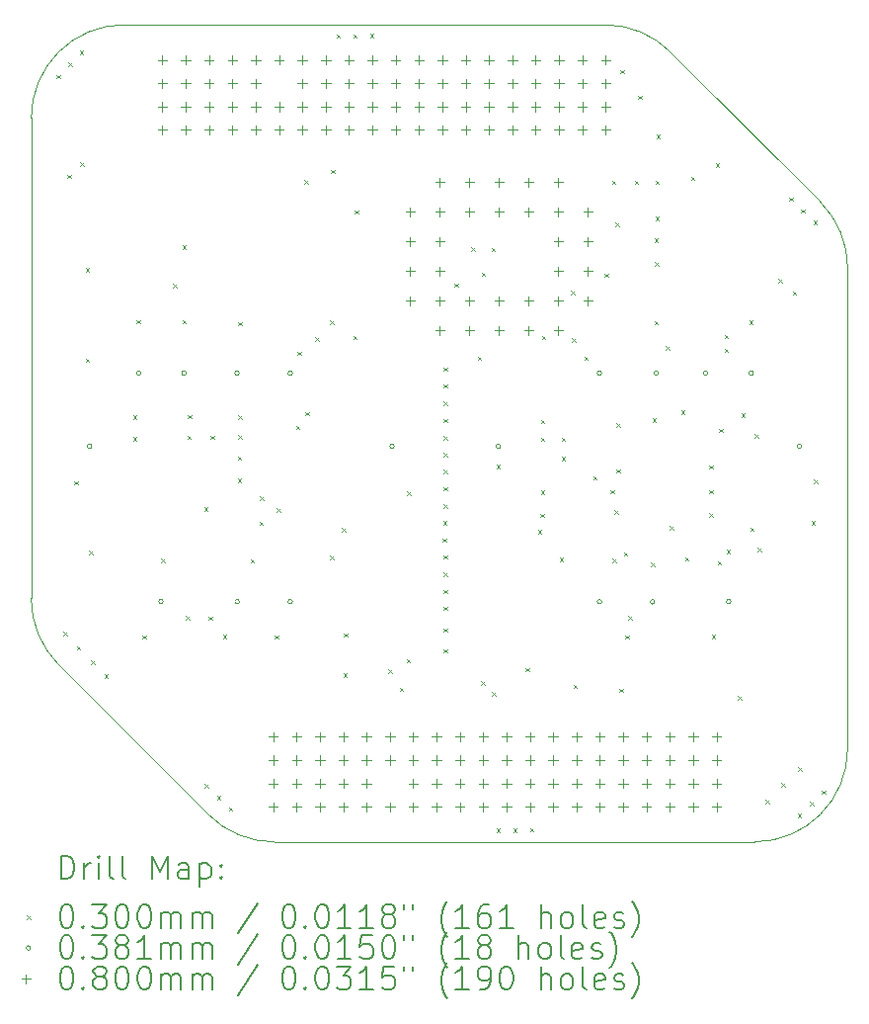
<source format=gbr>
%TF.GenerationSoftware,KiCad,Pcbnew,7.0.9*%
%TF.CreationDate,2024-01-08T23:36:17-05:00*%
%TF.ProjectId,Compaq S3 Virge GX VRAM Addon Board,436f6d70-6171-4205-9333-205669726765,1*%
%TF.SameCoordinates,Original*%
%TF.FileFunction,Drillmap*%
%TF.FilePolarity,Positive*%
%FSLAX45Y45*%
G04 Gerber Fmt 4.5, Leading zero omitted, Abs format (unit mm)*
G04 Created by KiCad (PCBNEW 7.0.9) date 2024-01-08 23:36:17*
%MOMM*%
%LPD*%
G01*
G04 APERTURE LIST*
%ADD10C,0.100000*%
%ADD11C,0.200000*%
G04 APERTURE END LIST*
D10*
X16778000Y-13981000D02*
X12663000Y-13981000D01*
X12097133Y-13747144D02*
X10812156Y-12462167D01*
X16777987Y-13981000D02*
G75*
G03*
X17578000Y-13180987I0J800013D01*
G01*
X16059511Y-7215502D02*
G75*
G03*
X15494000Y-6981259I-565511J-565508D01*
G01*
X11378000Y-6981000D02*
X15494000Y-6981000D01*
X17578173Y-9065512D02*
G75*
G03*
X17343880Y-8499878I-799923J2D01*
G01*
X10578000Y-11896000D02*
X10578000Y-7781000D01*
X10577767Y-11896366D02*
G75*
G03*
X10812126Y-12462167I800163J-4D01*
G01*
X11378013Y-6980990D02*
G75*
G03*
X10578000Y-7781000I-3J-800010D01*
G01*
X17578000Y-9066000D02*
X17578000Y-13181000D01*
X17343858Y-8499858D02*
X16059488Y-7215488D01*
X12097134Y-13747111D02*
G75*
G03*
X12663000Y-13981502I565866J565862D01*
G01*
D11*
D10*
X10796500Y-7409500D02*
X10826500Y-7439500D01*
X10826500Y-7409500D02*
X10796500Y-7439500D01*
X10855000Y-12183000D02*
X10885000Y-12213000D01*
X10885000Y-12183000D02*
X10855000Y-12213000D01*
X10890000Y-8265000D02*
X10920000Y-8295000D01*
X10920000Y-8265000D02*
X10890000Y-8295000D01*
X10896000Y-7306000D02*
X10926000Y-7336000D01*
X10926000Y-7306000D02*
X10896000Y-7336000D01*
X10948000Y-10892000D02*
X10978000Y-10922000D01*
X10978000Y-10892000D02*
X10948000Y-10922000D01*
X10970000Y-12306000D02*
X11000000Y-12336000D01*
X11000000Y-12306000D02*
X10970000Y-12336000D01*
X10995500Y-7202500D02*
X11025500Y-7232500D01*
X11025500Y-7202500D02*
X10995500Y-7232500D01*
X10998000Y-8162000D02*
X11028000Y-8192000D01*
X11028000Y-8162000D02*
X10998000Y-8192000D01*
X11044000Y-9064000D02*
X11074000Y-9094000D01*
X11074000Y-9064000D02*
X11044000Y-9094000D01*
X11044000Y-9841000D02*
X11074000Y-9871000D01*
X11074000Y-9841000D02*
X11044000Y-9871000D01*
X11073000Y-11489496D02*
X11103000Y-11519496D01*
X11103000Y-11489496D02*
X11073000Y-11519496D01*
X11090000Y-12426000D02*
X11120000Y-12456000D01*
X11120000Y-12426000D02*
X11090000Y-12456000D01*
X11207000Y-12546000D02*
X11237000Y-12576000D01*
X11237000Y-12546000D02*
X11207000Y-12576000D01*
X11451000Y-10329000D02*
X11481000Y-10359000D01*
X11481000Y-10329000D02*
X11451000Y-10359000D01*
X11451000Y-10515000D02*
X11481000Y-10545000D01*
X11481000Y-10515000D02*
X11451000Y-10545000D01*
X11481000Y-9512000D02*
X11511000Y-9542000D01*
X11511000Y-9512000D02*
X11481000Y-9542000D01*
X11533000Y-12210000D02*
X11563000Y-12240000D01*
X11563000Y-12210000D02*
X11533000Y-12240000D01*
X11694000Y-11555000D02*
X11724000Y-11585000D01*
X11724000Y-11555000D02*
X11694000Y-11585000D01*
X11794000Y-9200000D02*
X11824000Y-9230000D01*
X11824000Y-9200000D02*
X11794000Y-9230000D01*
X11873000Y-8870000D02*
X11903000Y-8900000D01*
X11903000Y-8870000D02*
X11873000Y-8900000D01*
X11874000Y-9511000D02*
X11904000Y-9541000D01*
X11904000Y-9511000D02*
X11874000Y-9541000D01*
X11905000Y-12048000D02*
X11935000Y-12078000D01*
X11935000Y-12048000D02*
X11905000Y-12078000D01*
X11918000Y-10500000D02*
X11948000Y-10530000D01*
X11948000Y-10500000D02*
X11918000Y-10530000D01*
X11920000Y-10325000D02*
X11950000Y-10355000D01*
X11950000Y-10325000D02*
X11920000Y-10355000D01*
X12061000Y-11114000D02*
X12091000Y-11144000D01*
X12091000Y-11114000D02*
X12061000Y-11144000D01*
X12066000Y-13487000D02*
X12096000Y-13517000D01*
X12096000Y-13487000D02*
X12066000Y-13517000D01*
X12099000Y-12050000D02*
X12129000Y-12080000D01*
X12129000Y-12050000D02*
X12099000Y-12080000D01*
X12114000Y-10501000D02*
X12144000Y-10531000D01*
X12144000Y-10501000D02*
X12114000Y-10531000D01*
X12169500Y-13586500D02*
X12199500Y-13616500D01*
X12199500Y-13586500D02*
X12169500Y-13616500D01*
X12220000Y-12209000D02*
X12250000Y-12239000D01*
X12250000Y-12209000D02*
X12220000Y-12239000D01*
X12273000Y-13686000D02*
X12303000Y-13716000D01*
X12303000Y-13686000D02*
X12273000Y-13716000D01*
X12348000Y-10678000D02*
X12378000Y-10708000D01*
X12378000Y-10678000D02*
X12348000Y-10708000D01*
X12348000Y-10870000D02*
X12378000Y-10900000D01*
X12378000Y-10870000D02*
X12348000Y-10900000D01*
X12351000Y-9526000D02*
X12381000Y-9556000D01*
X12381000Y-9526000D02*
X12351000Y-9556000D01*
X12351000Y-10328000D02*
X12381000Y-10358000D01*
X12381000Y-10328000D02*
X12351000Y-10358000D01*
X12351000Y-10498000D02*
X12381000Y-10528000D01*
X12381000Y-10498000D02*
X12351000Y-10528000D01*
X12458000Y-11560000D02*
X12488000Y-11590000D01*
X12488000Y-11560000D02*
X12458000Y-11590000D01*
X12535000Y-11237000D02*
X12565000Y-11267000D01*
X12565000Y-11237000D02*
X12535000Y-11267000D01*
X12537000Y-11020000D02*
X12567000Y-11050000D01*
X12567000Y-11020000D02*
X12537000Y-11050000D01*
X12665000Y-12210000D02*
X12695000Y-12240000D01*
X12695000Y-12210000D02*
X12665000Y-12240000D01*
X12684000Y-11123000D02*
X12714000Y-11153000D01*
X12714000Y-11123000D02*
X12684000Y-11153000D01*
X12848000Y-10416000D02*
X12878000Y-10446000D01*
X12878000Y-10416000D02*
X12848000Y-10446000D01*
X12860000Y-9783000D02*
X12890000Y-9813000D01*
X12890000Y-9783000D02*
X12860000Y-9813000D01*
X12920000Y-8313000D02*
X12950000Y-8343000D01*
X12950000Y-8313000D02*
X12920000Y-8343000D01*
X12930000Y-10299000D02*
X12960000Y-10329000D01*
X12960000Y-10299000D02*
X12930000Y-10329000D01*
X13011000Y-9657000D02*
X13041000Y-9687000D01*
X13041000Y-9657000D02*
X13011000Y-9687000D01*
X13141000Y-9513000D02*
X13171000Y-9543000D01*
X13171000Y-9513000D02*
X13141000Y-9543000D01*
X13142000Y-11529000D02*
X13172000Y-11559000D01*
X13172000Y-11529000D02*
X13142000Y-11559000D01*
X13148000Y-8223000D02*
X13178000Y-8253000D01*
X13178000Y-8223000D02*
X13148000Y-8253000D01*
X13196915Y-7064657D02*
X13226915Y-7094657D01*
X13226915Y-7064657D02*
X13196915Y-7094657D01*
X13241504Y-11294496D02*
X13271504Y-11324496D01*
X13271504Y-11294496D02*
X13241504Y-11324496D01*
X13256000Y-12537000D02*
X13286000Y-12567000D01*
X13286000Y-12537000D02*
X13256000Y-12567000D01*
X13258000Y-12196000D02*
X13288000Y-12226000D01*
X13288000Y-12196000D02*
X13258000Y-12226000D01*
X13338000Y-9645000D02*
X13368000Y-9675000D01*
X13368000Y-9645000D02*
X13338000Y-9675000D01*
X13340457Y-7061828D02*
X13370457Y-7091828D01*
X13370457Y-7061828D02*
X13340457Y-7091828D01*
X13353000Y-8571000D02*
X13383000Y-8601000D01*
X13383000Y-8571000D02*
X13353000Y-8601000D01*
X13484000Y-7059000D02*
X13514000Y-7089000D01*
X13514000Y-7059000D02*
X13484000Y-7089000D01*
X13638000Y-12505000D02*
X13668000Y-12535000D01*
X13668000Y-12505000D02*
X13638000Y-12535000D01*
X13738000Y-12659000D02*
X13768000Y-12689000D01*
X13768000Y-12659000D02*
X13738000Y-12689000D01*
X13798000Y-12413000D02*
X13828000Y-12443000D01*
X13828000Y-12413000D02*
X13798000Y-12443000D01*
X13800186Y-10981814D02*
X13830186Y-11011814D01*
X13830186Y-10981814D02*
X13800186Y-11011814D01*
X14107000Y-11381000D02*
X14137000Y-11411000D01*
X14137000Y-11381000D02*
X14107000Y-11411000D01*
X14110000Y-11234500D02*
X14140000Y-11264500D01*
X14140000Y-11234500D02*
X14110000Y-11264500D01*
X14112000Y-10062500D02*
X14142000Y-10092500D01*
X14142000Y-10062500D02*
X14112000Y-10092500D01*
X14112000Y-10209000D02*
X14142000Y-10239000D01*
X14142000Y-10209000D02*
X14112000Y-10239000D01*
X14112000Y-10355500D02*
X14142000Y-10385500D01*
X14142000Y-10355500D02*
X14112000Y-10385500D01*
X14112000Y-10506713D02*
X14142000Y-10536713D01*
X14142000Y-10506713D02*
X14112000Y-10536713D01*
X14112000Y-10795000D02*
X14142000Y-10825000D01*
X14142000Y-10795000D02*
X14112000Y-10825000D01*
X14112000Y-11088000D02*
X14142000Y-11118000D01*
X14142000Y-11088000D02*
X14112000Y-11118000D01*
X14112000Y-11527500D02*
X14142000Y-11557500D01*
X14142000Y-11527500D02*
X14112000Y-11557500D01*
X14112000Y-11674000D02*
X14142000Y-11704000D01*
X14142000Y-11674000D02*
X14112000Y-11704000D01*
X14112000Y-11820500D02*
X14142000Y-11850500D01*
X14142000Y-11820500D02*
X14112000Y-11850500D01*
X14112000Y-12151000D02*
X14142000Y-12181000D01*
X14142000Y-12151000D02*
X14112000Y-12181000D01*
X14113000Y-9916000D02*
X14143000Y-9946000D01*
X14143000Y-9916000D02*
X14113000Y-9946000D01*
X14113000Y-10941500D02*
X14143000Y-10971500D01*
X14143000Y-10941500D02*
X14113000Y-10971500D01*
X14113000Y-11967000D02*
X14143000Y-11997000D01*
X14143000Y-11967000D02*
X14113000Y-11997000D01*
X14113000Y-12331000D02*
X14143000Y-12361000D01*
X14143000Y-12331000D02*
X14113000Y-12361000D01*
X14115000Y-10648500D02*
X14145000Y-10678500D01*
X14145000Y-10648500D02*
X14115000Y-10678500D01*
X14208000Y-9196000D02*
X14238000Y-9226000D01*
X14238000Y-9196000D02*
X14208000Y-9226000D01*
X14353000Y-8888000D02*
X14383000Y-8918000D01*
X14383000Y-8888000D02*
X14353000Y-8918000D01*
X14405000Y-9824000D02*
X14435000Y-9854000D01*
X14435000Y-9824000D02*
X14405000Y-9854000D01*
X14435000Y-12603000D02*
X14465000Y-12633000D01*
X14465000Y-12603000D02*
X14435000Y-12633000D01*
X14441000Y-9103000D02*
X14471000Y-9133000D01*
X14471000Y-9103000D02*
X14441000Y-9133000D01*
X14526000Y-8894000D02*
X14556000Y-8924000D01*
X14556000Y-8894000D02*
X14526000Y-8924000D01*
X14527000Y-12700000D02*
X14557000Y-12730000D01*
X14557000Y-12700000D02*
X14527000Y-12730000D01*
X14565000Y-10751000D02*
X14595000Y-10781000D01*
X14595000Y-10751000D02*
X14565000Y-10781000D01*
X14565915Y-13867657D02*
X14595915Y-13897657D01*
X14595915Y-13867657D02*
X14565915Y-13897657D01*
X14709457Y-13864828D02*
X14739457Y-13894828D01*
X14739457Y-13864828D02*
X14709457Y-13894828D01*
X14817000Y-12490000D02*
X14847000Y-12520000D01*
X14847000Y-12490000D02*
X14817000Y-12520000D01*
X14853000Y-13862000D02*
X14883000Y-13892000D01*
X14883000Y-13862000D02*
X14853000Y-13892000D01*
X14921000Y-11310000D02*
X14951000Y-11340000D01*
X14951000Y-11310000D02*
X14921000Y-11340000D01*
X14944000Y-11169000D02*
X14974000Y-11199000D01*
X14974000Y-11169000D02*
X14944000Y-11199000D01*
X14948000Y-10972000D02*
X14978000Y-11002000D01*
X14978000Y-10972000D02*
X14948000Y-11002000D01*
X14949000Y-10365000D02*
X14979000Y-10395000D01*
X14979000Y-10365000D02*
X14949000Y-10395000D01*
X14949000Y-10520000D02*
X14979000Y-10550000D01*
X14979000Y-10520000D02*
X14949000Y-10550000D01*
X14957000Y-9647000D02*
X14987000Y-9677000D01*
X14987000Y-9647000D02*
X14957000Y-9677000D01*
X15109500Y-11545000D02*
X15139500Y-11575000D01*
X15139500Y-11545000D02*
X15109500Y-11575000D01*
X15124000Y-10681000D02*
X15154000Y-10711000D01*
X15154000Y-10681000D02*
X15124000Y-10711000D01*
X15126000Y-10520000D02*
X15156000Y-10550000D01*
X15156000Y-10520000D02*
X15126000Y-10550000D01*
X15205000Y-9262000D02*
X15235000Y-9292000D01*
X15235000Y-9262000D02*
X15205000Y-9292000D01*
X15215000Y-9668000D02*
X15245000Y-9698000D01*
X15245000Y-9668000D02*
X15215000Y-9698000D01*
X15226000Y-12635000D02*
X15256000Y-12665000D01*
X15256000Y-12635000D02*
X15226000Y-12665000D01*
X15322000Y-9823000D02*
X15352000Y-9853000D01*
X15352000Y-9823000D02*
X15322000Y-9853000D01*
X15397000Y-10847000D02*
X15427000Y-10877000D01*
X15427000Y-10847000D02*
X15397000Y-10877000D01*
X15495000Y-9112000D02*
X15525000Y-9142000D01*
X15525000Y-9112000D02*
X15495000Y-9142000D01*
X15544000Y-10966000D02*
X15574000Y-10996000D01*
X15574000Y-10966000D02*
X15544000Y-10996000D01*
X15558000Y-8317000D02*
X15588000Y-8347000D01*
X15588000Y-8317000D02*
X15558000Y-8347000D01*
X15562000Y-11557000D02*
X15592000Y-11587000D01*
X15592000Y-11557000D02*
X15562000Y-11587000D01*
X15578000Y-11139000D02*
X15608000Y-11169000D01*
X15608000Y-11139000D02*
X15578000Y-11169000D01*
X15588000Y-8677000D02*
X15618000Y-8707000D01*
X15618000Y-8677000D02*
X15588000Y-8707000D01*
X15596000Y-10395000D02*
X15626000Y-10425000D01*
X15626000Y-10395000D02*
X15596000Y-10425000D01*
X15596000Y-10790000D02*
X15626000Y-10820000D01*
X15626000Y-10790000D02*
X15596000Y-10820000D01*
X15620000Y-12668000D02*
X15650000Y-12698000D01*
X15650000Y-12668000D02*
X15620000Y-12698000D01*
X15629000Y-7370000D02*
X15659000Y-7400000D01*
X15659000Y-7370000D02*
X15629000Y-7400000D01*
X15659000Y-11502000D02*
X15689000Y-11532000D01*
X15689000Y-11502000D02*
X15659000Y-11532000D01*
X15670000Y-12210000D02*
X15700000Y-12240000D01*
X15700000Y-12210000D02*
X15670000Y-12240000D01*
X15698000Y-12047000D02*
X15728000Y-12077000D01*
X15728000Y-12047000D02*
X15698000Y-12077000D01*
X15753000Y-8317000D02*
X15783000Y-8347000D01*
X15783000Y-8317000D02*
X15753000Y-8347000D01*
X15784000Y-7589000D02*
X15814000Y-7619000D01*
X15814000Y-7589000D02*
X15784000Y-7619000D01*
X15890000Y-11590000D02*
X15920000Y-11620000D01*
X15920000Y-11590000D02*
X15890000Y-11620000D01*
X15906000Y-10353000D02*
X15936000Y-10383000D01*
X15936000Y-10353000D02*
X15906000Y-10383000D01*
X15922000Y-9518000D02*
X15952000Y-9548000D01*
X15952000Y-9518000D02*
X15922000Y-9548000D01*
X15923000Y-8813000D02*
X15953000Y-8843000D01*
X15953000Y-8813000D02*
X15923000Y-8843000D01*
X15925000Y-9015000D02*
X15955000Y-9045000D01*
X15955000Y-9015000D02*
X15925000Y-9045000D01*
X15928000Y-8315000D02*
X15958000Y-8345000D01*
X15958000Y-8315000D02*
X15928000Y-8345000D01*
X15928000Y-8627000D02*
X15958000Y-8657000D01*
X15958000Y-8627000D02*
X15928000Y-8657000D01*
X15937500Y-7922500D02*
X15967500Y-7952500D01*
X15967500Y-7922500D02*
X15937500Y-7952500D01*
X16019500Y-9733500D02*
X16049500Y-9763500D01*
X16049500Y-9733500D02*
X16019500Y-9763500D01*
X16054000Y-11277000D02*
X16084000Y-11307000D01*
X16084000Y-11277000D02*
X16054000Y-11307000D01*
X16150000Y-10283000D02*
X16180000Y-10313000D01*
X16180000Y-10283000D02*
X16150000Y-10313000D01*
X16182000Y-11543000D02*
X16212000Y-11573000D01*
X16212000Y-11543000D02*
X16182000Y-11573000D01*
X16235000Y-8281000D02*
X16265000Y-8311000D01*
X16265000Y-8281000D02*
X16235000Y-8311000D01*
X16391000Y-11164000D02*
X16421000Y-11194000D01*
X16421000Y-11164000D02*
X16391000Y-11194000D01*
X16392000Y-10968000D02*
X16422000Y-10998000D01*
X16422000Y-10968000D02*
X16392000Y-10998000D01*
X16393000Y-10756000D02*
X16423000Y-10786000D01*
X16423000Y-10756000D02*
X16393000Y-10786000D01*
X16413000Y-12209000D02*
X16443000Y-12239000D01*
X16443000Y-12209000D02*
X16413000Y-12239000D01*
X16448000Y-8167000D02*
X16478000Y-8197000D01*
X16478000Y-8167000D02*
X16448000Y-8197000D01*
X16463000Y-11576000D02*
X16493000Y-11606000D01*
X16493000Y-11576000D02*
X16463000Y-11606000D01*
X16475000Y-10443000D02*
X16505000Y-10473000D01*
X16505000Y-10443000D02*
X16475000Y-10473000D01*
X16521000Y-9758000D02*
X16551000Y-9788000D01*
X16551000Y-9758000D02*
X16521000Y-9788000D01*
X16522000Y-9639000D02*
X16552000Y-9669000D01*
X16552000Y-9639000D02*
X16522000Y-9669000D01*
X16540174Y-11480444D02*
X16570174Y-11510444D01*
X16570174Y-11480444D02*
X16540174Y-11510444D01*
X16638000Y-12732000D02*
X16668000Y-12762000D01*
X16668000Y-12732000D02*
X16638000Y-12762000D01*
X16667000Y-10312000D02*
X16697000Y-10342000D01*
X16697000Y-10312000D02*
X16667000Y-10342000D01*
X16735000Y-9516000D02*
X16765000Y-9546000D01*
X16765000Y-9516000D02*
X16735000Y-9546000D01*
X16744000Y-11290000D02*
X16774000Y-11320000D01*
X16774000Y-11290000D02*
X16744000Y-11320000D01*
X16780000Y-10490000D02*
X16810000Y-10520000D01*
X16810000Y-10490000D02*
X16780000Y-10520000D01*
X16808000Y-11461000D02*
X16838000Y-11491000D01*
X16838000Y-11461000D02*
X16808000Y-11491000D01*
X16873000Y-13620000D02*
X16903000Y-13650000D01*
X16903000Y-13620000D02*
X16873000Y-13650000D01*
X16986000Y-9158000D02*
X17016000Y-9188000D01*
X17016000Y-9158000D02*
X16986000Y-9188000D01*
X17008000Y-13475000D02*
X17038000Y-13505000D01*
X17038000Y-13475000D02*
X17008000Y-13505000D01*
X17076000Y-8461000D02*
X17106000Y-8491000D01*
X17106000Y-8461000D02*
X17076000Y-8491000D01*
X17107000Y-9266000D02*
X17137000Y-9296000D01*
X17137000Y-9266000D02*
X17107000Y-9296000D01*
X17151000Y-13738000D02*
X17181000Y-13768000D01*
X17181000Y-13738000D02*
X17151000Y-13768000D01*
X17152000Y-13343000D02*
X17182000Y-13373000D01*
X17182000Y-13343000D02*
X17152000Y-13373000D01*
X17179500Y-8560500D02*
X17209500Y-8590500D01*
X17209500Y-8560500D02*
X17179500Y-8590500D01*
X17254500Y-13638500D02*
X17284500Y-13668500D01*
X17284500Y-13638500D02*
X17254500Y-13668500D01*
X17266000Y-11233000D02*
X17296000Y-11263000D01*
X17296000Y-11233000D02*
X17266000Y-11263000D01*
X17283000Y-8660000D02*
X17313000Y-8690000D01*
X17313000Y-8660000D02*
X17283000Y-8690000D01*
X17290000Y-10880000D02*
X17320000Y-10910000D01*
X17320000Y-10880000D02*
X17290000Y-10910000D01*
X17358000Y-13539000D02*
X17388000Y-13569000D01*
X17388000Y-13539000D02*
X17358000Y-13569000D01*
X11097300Y-10592500D02*
G75*
G03*
X11097300Y-10592500I-19050J0D01*
G01*
X11519300Y-9966000D02*
G75*
G03*
X11519300Y-9966000I-19050J0D01*
G01*
X11710300Y-11921000D02*
G75*
G03*
X11710300Y-11921000I-19050J0D01*
G01*
X11906800Y-9966000D02*
G75*
G03*
X11906800Y-9966000I-19050J0D01*
G01*
X12362050Y-9966000D02*
G75*
G03*
X12362050Y-9966000I-19050J0D01*
G01*
X12362800Y-11923500D02*
G75*
G03*
X12362800Y-11923500I-19050J0D01*
G01*
X12817300Y-9966500D02*
G75*
G03*
X12817300Y-9966500I-19050J0D01*
G01*
X12817300Y-11923500D02*
G75*
G03*
X12817300Y-11923500I-19050J0D01*
G01*
X13689800Y-10593500D02*
G75*
G03*
X13689800Y-10593500I-19050J0D01*
G01*
X14601270Y-10593780D02*
G75*
G03*
X14601270Y-10593780I-19050J0D01*
G01*
X15468415Y-9966635D02*
G75*
G03*
X15468415Y-9966635I-19050J0D01*
G01*
X15469415Y-11924635D02*
G75*
G03*
X15469415Y-11924635I-19050J0D01*
G01*
X15923415Y-11924635D02*
G75*
G03*
X15923415Y-11924635I-19050J0D01*
G01*
X15955415Y-9966635D02*
G75*
G03*
X15955415Y-9966635I-19050J0D01*
G01*
X16378415Y-9966635D02*
G75*
G03*
X16378415Y-9966635I-19050J0D01*
G01*
X16576415Y-11922635D02*
G75*
G03*
X16576415Y-11922635I-19050J0D01*
G01*
X16770415Y-9966635D02*
G75*
G03*
X16770415Y-9966635I-19050J0D01*
G01*
X17183415Y-10593635D02*
G75*
G03*
X17183415Y-10593635I-19050J0D01*
G01*
X11703000Y-7243000D02*
X11703000Y-7323000D01*
X11663000Y-7283000D02*
X11743000Y-7283000D01*
X11703000Y-7443000D02*
X11703000Y-7523000D01*
X11663000Y-7483000D02*
X11743000Y-7483000D01*
X11703000Y-7643000D02*
X11703000Y-7723000D01*
X11663000Y-7683000D02*
X11743000Y-7683000D01*
X11703000Y-7843000D02*
X11703000Y-7923000D01*
X11663000Y-7883000D02*
X11743000Y-7883000D01*
X11903000Y-7243000D02*
X11903000Y-7323000D01*
X11863000Y-7283000D02*
X11943000Y-7283000D01*
X11903000Y-7443000D02*
X11903000Y-7523000D01*
X11863000Y-7483000D02*
X11943000Y-7483000D01*
X11903000Y-7643000D02*
X11903000Y-7723000D01*
X11863000Y-7683000D02*
X11943000Y-7683000D01*
X11903000Y-7843000D02*
X11903000Y-7923000D01*
X11863000Y-7883000D02*
X11943000Y-7883000D01*
X12103000Y-7243000D02*
X12103000Y-7323000D01*
X12063000Y-7283000D02*
X12143000Y-7283000D01*
X12103000Y-7443000D02*
X12103000Y-7523000D01*
X12063000Y-7483000D02*
X12143000Y-7483000D01*
X12103000Y-7643000D02*
X12103000Y-7723000D01*
X12063000Y-7683000D02*
X12143000Y-7683000D01*
X12103000Y-7843000D02*
X12103000Y-7923000D01*
X12063000Y-7883000D02*
X12143000Y-7883000D01*
X12303000Y-7243000D02*
X12303000Y-7323000D01*
X12263000Y-7283000D02*
X12343000Y-7283000D01*
X12303000Y-7443000D02*
X12303000Y-7523000D01*
X12263000Y-7483000D02*
X12343000Y-7483000D01*
X12303000Y-7643000D02*
X12303000Y-7723000D01*
X12263000Y-7683000D02*
X12343000Y-7683000D01*
X12303000Y-7843000D02*
X12303000Y-7923000D01*
X12263000Y-7883000D02*
X12343000Y-7883000D01*
X12503000Y-7243000D02*
X12503000Y-7323000D01*
X12463000Y-7283000D02*
X12543000Y-7283000D01*
X12503000Y-7443000D02*
X12503000Y-7523000D01*
X12463000Y-7483000D02*
X12543000Y-7483000D01*
X12503000Y-7643000D02*
X12503000Y-7723000D01*
X12463000Y-7683000D02*
X12543000Y-7683000D01*
X12503000Y-7843000D02*
X12503000Y-7923000D01*
X12463000Y-7883000D02*
X12543000Y-7883000D01*
X12653000Y-13041000D02*
X12653000Y-13121000D01*
X12613000Y-13081000D02*
X12693000Y-13081000D01*
X12653000Y-13241000D02*
X12653000Y-13321000D01*
X12613000Y-13281000D02*
X12693000Y-13281000D01*
X12653000Y-13441000D02*
X12653000Y-13521000D01*
X12613000Y-13481000D02*
X12693000Y-13481000D01*
X12653000Y-13641000D02*
X12653000Y-13721000D01*
X12613000Y-13681000D02*
X12693000Y-13681000D01*
X12703000Y-7243000D02*
X12703000Y-7323000D01*
X12663000Y-7283000D02*
X12743000Y-7283000D01*
X12703000Y-7643000D02*
X12703000Y-7723000D01*
X12663000Y-7683000D02*
X12743000Y-7683000D01*
X12703000Y-7843000D02*
X12703000Y-7923000D01*
X12663000Y-7883000D02*
X12743000Y-7883000D01*
X12853000Y-13041000D02*
X12853000Y-13121000D01*
X12813000Y-13081000D02*
X12893000Y-13081000D01*
X12853000Y-13241000D02*
X12853000Y-13321000D01*
X12813000Y-13281000D02*
X12893000Y-13281000D01*
X12853000Y-13441000D02*
X12853000Y-13521000D01*
X12813000Y-13481000D02*
X12893000Y-13481000D01*
X12853000Y-13641000D02*
X12853000Y-13721000D01*
X12813000Y-13681000D02*
X12893000Y-13681000D01*
X12903000Y-7243000D02*
X12903000Y-7323000D01*
X12863000Y-7283000D02*
X12943000Y-7283000D01*
X12903000Y-7443000D02*
X12903000Y-7523000D01*
X12863000Y-7483000D02*
X12943000Y-7483000D01*
X12903000Y-7643000D02*
X12903000Y-7723000D01*
X12863000Y-7683000D02*
X12943000Y-7683000D01*
X12903000Y-7843000D02*
X12903000Y-7923000D01*
X12863000Y-7883000D02*
X12943000Y-7883000D01*
X13053000Y-13041000D02*
X13053000Y-13121000D01*
X13013000Y-13081000D02*
X13093000Y-13081000D01*
X13053000Y-13241000D02*
X13053000Y-13321000D01*
X13013000Y-13281000D02*
X13093000Y-13281000D01*
X13053000Y-13441000D02*
X13053000Y-13521000D01*
X13013000Y-13481000D02*
X13093000Y-13481000D01*
X13053000Y-13641000D02*
X13053000Y-13721000D01*
X13013000Y-13681000D02*
X13093000Y-13681000D01*
X13103000Y-7243000D02*
X13103000Y-7323000D01*
X13063000Y-7283000D02*
X13143000Y-7283000D01*
X13103000Y-7443000D02*
X13103000Y-7523000D01*
X13063000Y-7483000D02*
X13143000Y-7483000D01*
X13103000Y-7643000D02*
X13103000Y-7723000D01*
X13063000Y-7683000D02*
X13143000Y-7683000D01*
X13103000Y-7843000D02*
X13103000Y-7923000D01*
X13063000Y-7883000D02*
X13143000Y-7883000D01*
X13253000Y-13041000D02*
X13253000Y-13121000D01*
X13213000Y-13081000D02*
X13293000Y-13081000D01*
X13253000Y-13241000D02*
X13253000Y-13321000D01*
X13213000Y-13281000D02*
X13293000Y-13281000D01*
X13253000Y-13441000D02*
X13253000Y-13521000D01*
X13213000Y-13481000D02*
X13293000Y-13481000D01*
X13253000Y-13641000D02*
X13253000Y-13721000D01*
X13213000Y-13681000D02*
X13293000Y-13681000D01*
X13303000Y-7243000D02*
X13303000Y-7323000D01*
X13263000Y-7283000D02*
X13343000Y-7283000D01*
X13303000Y-7443000D02*
X13303000Y-7523000D01*
X13263000Y-7483000D02*
X13343000Y-7483000D01*
X13303000Y-7643000D02*
X13303000Y-7723000D01*
X13263000Y-7683000D02*
X13343000Y-7683000D01*
X13303000Y-7843000D02*
X13303000Y-7923000D01*
X13263000Y-7883000D02*
X13343000Y-7883000D01*
X13453000Y-13041000D02*
X13453000Y-13121000D01*
X13413000Y-13081000D02*
X13493000Y-13081000D01*
X13453000Y-13241000D02*
X13453000Y-13321000D01*
X13413000Y-13281000D02*
X13493000Y-13281000D01*
X13453000Y-13441000D02*
X13453000Y-13521000D01*
X13413000Y-13481000D02*
X13493000Y-13481000D01*
X13453000Y-13641000D02*
X13453000Y-13721000D01*
X13413000Y-13681000D02*
X13493000Y-13681000D01*
X13503000Y-7243000D02*
X13503000Y-7323000D01*
X13463000Y-7283000D02*
X13543000Y-7283000D01*
X13503000Y-7443000D02*
X13503000Y-7523000D01*
X13463000Y-7483000D02*
X13543000Y-7483000D01*
X13503000Y-7643000D02*
X13503000Y-7723000D01*
X13463000Y-7683000D02*
X13543000Y-7683000D01*
X13503000Y-7843000D02*
X13503000Y-7923000D01*
X13463000Y-7883000D02*
X13543000Y-7883000D01*
X13653000Y-13041000D02*
X13653000Y-13121000D01*
X13613000Y-13081000D02*
X13693000Y-13081000D01*
X13653000Y-13241000D02*
X13653000Y-13321000D01*
X13613000Y-13281000D02*
X13693000Y-13281000D01*
X13653000Y-13641000D02*
X13653000Y-13721000D01*
X13613000Y-13681000D02*
X13693000Y-13681000D01*
X13703000Y-7243000D02*
X13703000Y-7323000D01*
X13663000Y-7283000D02*
X13743000Y-7283000D01*
X13703000Y-7443000D02*
X13703000Y-7523000D01*
X13663000Y-7483000D02*
X13743000Y-7483000D01*
X13703000Y-7643000D02*
X13703000Y-7723000D01*
X13663000Y-7683000D02*
X13743000Y-7683000D01*
X13703000Y-7843000D02*
X13703000Y-7923000D01*
X13663000Y-7883000D02*
X13743000Y-7883000D01*
X13826000Y-8545000D02*
X13826000Y-8625000D01*
X13786000Y-8585000D02*
X13866000Y-8585000D01*
X13826000Y-8799000D02*
X13826000Y-8879000D01*
X13786000Y-8839000D02*
X13866000Y-8839000D01*
X13826000Y-9053000D02*
X13826000Y-9133000D01*
X13786000Y-9093000D02*
X13866000Y-9093000D01*
X13826000Y-9307000D02*
X13826000Y-9387000D01*
X13786000Y-9347000D02*
X13866000Y-9347000D01*
X13853000Y-13041000D02*
X13853000Y-13121000D01*
X13813000Y-13081000D02*
X13893000Y-13081000D01*
X13853000Y-13241000D02*
X13853000Y-13321000D01*
X13813000Y-13281000D02*
X13893000Y-13281000D01*
X13853000Y-13441000D02*
X13853000Y-13521000D01*
X13813000Y-13481000D02*
X13893000Y-13481000D01*
X13853000Y-13641000D02*
X13853000Y-13721000D01*
X13813000Y-13681000D02*
X13893000Y-13681000D01*
X13903000Y-7243000D02*
X13903000Y-7323000D01*
X13863000Y-7283000D02*
X13943000Y-7283000D01*
X13903000Y-7443000D02*
X13903000Y-7523000D01*
X13863000Y-7483000D02*
X13943000Y-7483000D01*
X13903000Y-7643000D02*
X13903000Y-7723000D01*
X13863000Y-7683000D02*
X13943000Y-7683000D01*
X13903000Y-7843000D02*
X13903000Y-7923000D01*
X13863000Y-7883000D02*
X13943000Y-7883000D01*
X14053000Y-13041000D02*
X14053000Y-13121000D01*
X14013000Y-13081000D02*
X14093000Y-13081000D01*
X14053000Y-13241000D02*
X14053000Y-13321000D01*
X14013000Y-13281000D02*
X14093000Y-13281000D01*
X14053000Y-13441000D02*
X14053000Y-13521000D01*
X14013000Y-13481000D02*
X14093000Y-13481000D01*
X14053000Y-13641000D02*
X14053000Y-13721000D01*
X14013000Y-13681000D02*
X14093000Y-13681000D01*
X14080000Y-8291000D02*
X14080000Y-8371000D01*
X14040000Y-8331000D02*
X14120000Y-8331000D01*
X14080000Y-8545000D02*
X14080000Y-8625000D01*
X14040000Y-8585000D02*
X14120000Y-8585000D01*
X14080000Y-8799000D02*
X14080000Y-8879000D01*
X14040000Y-8839000D02*
X14120000Y-8839000D01*
X14080000Y-9053000D02*
X14080000Y-9133000D01*
X14040000Y-9093000D02*
X14120000Y-9093000D01*
X14080000Y-9307000D02*
X14080000Y-9387000D01*
X14040000Y-9347000D02*
X14120000Y-9347000D01*
X14080000Y-9561000D02*
X14080000Y-9641000D01*
X14040000Y-9601000D02*
X14120000Y-9601000D01*
X14103000Y-7243000D02*
X14103000Y-7323000D01*
X14063000Y-7283000D02*
X14143000Y-7283000D01*
X14103000Y-7443000D02*
X14103000Y-7523000D01*
X14063000Y-7483000D02*
X14143000Y-7483000D01*
X14103000Y-7643000D02*
X14103000Y-7723000D01*
X14063000Y-7683000D02*
X14143000Y-7683000D01*
X14103000Y-7843000D02*
X14103000Y-7923000D01*
X14063000Y-7883000D02*
X14143000Y-7883000D01*
X14253000Y-13041000D02*
X14253000Y-13121000D01*
X14213000Y-13081000D02*
X14293000Y-13081000D01*
X14253000Y-13241000D02*
X14253000Y-13321000D01*
X14213000Y-13281000D02*
X14293000Y-13281000D01*
X14253000Y-13441000D02*
X14253000Y-13521000D01*
X14213000Y-13481000D02*
X14293000Y-13481000D01*
X14253000Y-13641000D02*
X14253000Y-13721000D01*
X14213000Y-13681000D02*
X14293000Y-13681000D01*
X14303000Y-7243000D02*
X14303000Y-7323000D01*
X14263000Y-7283000D02*
X14343000Y-7283000D01*
X14303000Y-7443000D02*
X14303000Y-7523000D01*
X14263000Y-7483000D02*
X14343000Y-7483000D01*
X14303000Y-7643000D02*
X14303000Y-7723000D01*
X14263000Y-7683000D02*
X14343000Y-7683000D01*
X14303000Y-7843000D02*
X14303000Y-7923000D01*
X14263000Y-7883000D02*
X14343000Y-7883000D01*
X14334000Y-8291000D02*
X14334000Y-8371000D01*
X14294000Y-8331000D02*
X14374000Y-8331000D01*
X14334000Y-8545000D02*
X14334000Y-8625000D01*
X14294000Y-8585000D02*
X14374000Y-8585000D01*
X14334000Y-9307000D02*
X14334000Y-9387000D01*
X14294000Y-9347000D02*
X14374000Y-9347000D01*
X14334000Y-9561000D02*
X14334000Y-9641000D01*
X14294000Y-9601000D02*
X14374000Y-9601000D01*
X14453000Y-13041000D02*
X14453000Y-13121000D01*
X14413000Y-13081000D02*
X14493000Y-13081000D01*
X14453000Y-13241000D02*
X14453000Y-13321000D01*
X14413000Y-13281000D02*
X14493000Y-13281000D01*
X14453000Y-13441000D02*
X14453000Y-13521000D01*
X14413000Y-13481000D02*
X14493000Y-13481000D01*
X14453000Y-13641000D02*
X14453000Y-13721000D01*
X14413000Y-13681000D02*
X14493000Y-13681000D01*
X14503000Y-7243000D02*
X14503000Y-7323000D01*
X14463000Y-7283000D02*
X14543000Y-7283000D01*
X14503000Y-7443000D02*
X14503000Y-7523000D01*
X14463000Y-7483000D02*
X14543000Y-7483000D01*
X14503000Y-7643000D02*
X14503000Y-7723000D01*
X14463000Y-7683000D02*
X14543000Y-7683000D01*
X14503000Y-7843000D02*
X14503000Y-7923000D01*
X14463000Y-7883000D02*
X14543000Y-7883000D01*
X14588000Y-8291000D02*
X14588000Y-8371000D01*
X14548000Y-8331000D02*
X14628000Y-8331000D01*
X14588000Y-8545000D02*
X14588000Y-8625000D01*
X14548000Y-8585000D02*
X14628000Y-8585000D01*
X14588000Y-9307000D02*
X14588000Y-9387000D01*
X14548000Y-9347000D02*
X14628000Y-9347000D01*
X14588000Y-9561000D02*
X14588000Y-9641000D01*
X14548000Y-9601000D02*
X14628000Y-9601000D01*
X14653000Y-13041000D02*
X14653000Y-13121000D01*
X14613000Y-13081000D02*
X14693000Y-13081000D01*
X14653000Y-13241000D02*
X14653000Y-13321000D01*
X14613000Y-13281000D02*
X14693000Y-13281000D01*
X14653000Y-13441000D02*
X14653000Y-13521000D01*
X14613000Y-13481000D02*
X14693000Y-13481000D01*
X14653000Y-13641000D02*
X14653000Y-13721000D01*
X14613000Y-13681000D02*
X14693000Y-13681000D01*
X14703000Y-7243000D02*
X14703000Y-7323000D01*
X14663000Y-7283000D02*
X14743000Y-7283000D01*
X14703000Y-7443000D02*
X14703000Y-7523000D01*
X14663000Y-7483000D02*
X14743000Y-7483000D01*
X14703000Y-7643000D02*
X14703000Y-7723000D01*
X14663000Y-7683000D02*
X14743000Y-7683000D01*
X14703000Y-7843000D02*
X14703000Y-7923000D01*
X14663000Y-7883000D02*
X14743000Y-7883000D01*
X14842000Y-8291000D02*
X14842000Y-8371000D01*
X14802000Y-8331000D02*
X14882000Y-8331000D01*
X14842000Y-8545000D02*
X14842000Y-8625000D01*
X14802000Y-8585000D02*
X14882000Y-8585000D01*
X14842000Y-9307000D02*
X14842000Y-9387000D01*
X14802000Y-9347000D02*
X14882000Y-9347000D01*
X14842000Y-9561000D02*
X14842000Y-9641000D01*
X14802000Y-9601000D02*
X14882000Y-9601000D01*
X14853000Y-13041000D02*
X14853000Y-13121000D01*
X14813000Y-13081000D02*
X14893000Y-13081000D01*
X14853000Y-13241000D02*
X14853000Y-13321000D01*
X14813000Y-13281000D02*
X14893000Y-13281000D01*
X14853000Y-13441000D02*
X14853000Y-13521000D01*
X14813000Y-13481000D02*
X14893000Y-13481000D01*
X14853000Y-13641000D02*
X14853000Y-13721000D01*
X14813000Y-13681000D02*
X14893000Y-13681000D01*
X14903000Y-7243000D02*
X14903000Y-7323000D01*
X14863000Y-7283000D02*
X14943000Y-7283000D01*
X14903000Y-7443000D02*
X14903000Y-7523000D01*
X14863000Y-7483000D02*
X14943000Y-7483000D01*
X14903000Y-7643000D02*
X14903000Y-7723000D01*
X14863000Y-7683000D02*
X14943000Y-7683000D01*
X14903000Y-7843000D02*
X14903000Y-7923000D01*
X14863000Y-7883000D02*
X14943000Y-7883000D01*
X15053000Y-13041000D02*
X15053000Y-13121000D01*
X15013000Y-13081000D02*
X15093000Y-13081000D01*
X15053000Y-13241000D02*
X15053000Y-13321000D01*
X15013000Y-13281000D02*
X15093000Y-13281000D01*
X15053000Y-13441000D02*
X15053000Y-13521000D01*
X15013000Y-13481000D02*
X15093000Y-13481000D01*
X15053000Y-13641000D02*
X15053000Y-13721000D01*
X15013000Y-13681000D02*
X15093000Y-13681000D01*
X15096000Y-8291000D02*
X15096000Y-8371000D01*
X15056000Y-8331000D02*
X15136000Y-8331000D01*
X15096000Y-8545000D02*
X15096000Y-8625000D01*
X15056000Y-8585000D02*
X15136000Y-8585000D01*
X15096000Y-8799000D02*
X15096000Y-8879000D01*
X15056000Y-8839000D02*
X15136000Y-8839000D01*
X15096000Y-9053000D02*
X15096000Y-9133000D01*
X15056000Y-9093000D02*
X15136000Y-9093000D01*
X15096000Y-9307000D02*
X15096000Y-9387000D01*
X15056000Y-9347000D02*
X15136000Y-9347000D01*
X15096000Y-9561000D02*
X15096000Y-9641000D01*
X15056000Y-9601000D02*
X15136000Y-9601000D01*
X15103000Y-7243000D02*
X15103000Y-7323000D01*
X15063000Y-7283000D02*
X15143000Y-7283000D01*
X15103000Y-7443000D02*
X15103000Y-7523000D01*
X15063000Y-7483000D02*
X15143000Y-7483000D01*
X15103000Y-7643000D02*
X15103000Y-7723000D01*
X15063000Y-7683000D02*
X15143000Y-7683000D01*
X15103000Y-7843000D02*
X15103000Y-7923000D01*
X15063000Y-7883000D02*
X15143000Y-7883000D01*
X15253000Y-13041000D02*
X15253000Y-13121000D01*
X15213000Y-13081000D02*
X15293000Y-13081000D01*
X15253000Y-13241000D02*
X15253000Y-13321000D01*
X15213000Y-13281000D02*
X15293000Y-13281000D01*
X15253000Y-13441000D02*
X15253000Y-13521000D01*
X15213000Y-13481000D02*
X15293000Y-13481000D01*
X15253000Y-13641000D02*
X15253000Y-13721000D01*
X15213000Y-13681000D02*
X15293000Y-13681000D01*
X15303000Y-7243000D02*
X15303000Y-7323000D01*
X15263000Y-7283000D02*
X15343000Y-7283000D01*
X15303000Y-7443000D02*
X15303000Y-7523000D01*
X15263000Y-7483000D02*
X15343000Y-7483000D01*
X15303000Y-7643000D02*
X15303000Y-7723000D01*
X15263000Y-7683000D02*
X15343000Y-7683000D01*
X15303000Y-7843000D02*
X15303000Y-7923000D01*
X15263000Y-7883000D02*
X15343000Y-7883000D01*
X15350000Y-8545000D02*
X15350000Y-8625000D01*
X15310000Y-8585000D02*
X15390000Y-8585000D01*
X15350000Y-8799000D02*
X15350000Y-8879000D01*
X15310000Y-8839000D02*
X15390000Y-8839000D01*
X15350000Y-9053000D02*
X15350000Y-9133000D01*
X15310000Y-9093000D02*
X15390000Y-9093000D01*
X15350000Y-9307000D02*
X15350000Y-9387000D01*
X15310000Y-9347000D02*
X15390000Y-9347000D01*
X15453000Y-13041000D02*
X15453000Y-13121000D01*
X15413000Y-13081000D02*
X15493000Y-13081000D01*
X15453000Y-13241000D02*
X15453000Y-13321000D01*
X15413000Y-13281000D02*
X15493000Y-13281000D01*
X15453000Y-13441000D02*
X15453000Y-13521000D01*
X15413000Y-13481000D02*
X15493000Y-13481000D01*
X15453000Y-13641000D02*
X15453000Y-13721000D01*
X15413000Y-13681000D02*
X15493000Y-13681000D01*
X15503000Y-7243000D02*
X15503000Y-7323000D01*
X15463000Y-7283000D02*
X15543000Y-7283000D01*
X15503000Y-7443000D02*
X15503000Y-7523000D01*
X15463000Y-7483000D02*
X15543000Y-7483000D01*
X15503000Y-7643000D02*
X15503000Y-7723000D01*
X15463000Y-7683000D02*
X15543000Y-7683000D01*
X15503000Y-7843000D02*
X15503000Y-7923000D01*
X15463000Y-7883000D02*
X15543000Y-7883000D01*
X15653000Y-13041000D02*
X15653000Y-13121000D01*
X15613000Y-13081000D02*
X15693000Y-13081000D01*
X15653000Y-13241000D02*
X15653000Y-13321000D01*
X15613000Y-13281000D02*
X15693000Y-13281000D01*
X15653000Y-13441000D02*
X15653000Y-13521000D01*
X15613000Y-13481000D02*
X15693000Y-13481000D01*
X15653000Y-13641000D02*
X15653000Y-13721000D01*
X15613000Y-13681000D02*
X15693000Y-13681000D01*
X15853000Y-13041000D02*
X15853000Y-13121000D01*
X15813000Y-13081000D02*
X15893000Y-13081000D01*
X15853000Y-13241000D02*
X15853000Y-13321000D01*
X15813000Y-13281000D02*
X15893000Y-13281000D01*
X15853000Y-13441000D02*
X15853000Y-13521000D01*
X15813000Y-13481000D02*
X15893000Y-13481000D01*
X15853000Y-13641000D02*
X15853000Y-13721000D01*
X15813000Y-13681000D02*
X15893000Y-13681000D01*
X16053000Y-13041000D02*
X16053000Y-13121000D01*
X16013000Y-13081000D02*
X16093000Y-13081000D01*
X16053000Y-13241000D02*
X16053000Y-13321000D01*
X16013000Y-13281000D02*
X16093000Y-13281000D01*
X16053000Y-13441000D02*
X16053000Y-13521000D01*
X16013000Y-13481000D02*
X16093000Y-13481000D01*
X16053000Y-13641000D02*
X16053000Y-13721000D01*
X16013000Y-13681000D02*
X16093000Y-13681000D01*
X16253000Y-13041000D02*
X16253000Y-13121000D01*
X16213000Y-13081000D02*
X16293000Y-13081000D01*
X16253000Y-13241000D02*
X16253000Y-13321000D01*
X16213000Y-13281000D02*
X16293000Y-13281000D01*
X16253000Y-13441000D02*
X16253000Y-13521000D01*
X16213000Y-13481000D02*
X16293000Y-13481000D01*
X16253000Y-13641000D02*
X16253000Y-13721000D01*
X16213000Y-13681000D02*
X16293000Y-13681000D01*
X16453000Y-13041000D02*
X16453000Y-13121000D01*
X16413000Y-13081000D02*
X16493000Y-13081000D01*
X16453000Y-13241000D02*
X16453000Y-13321000D01*
X16413000Y-13281000D02*
X16493000Y-13281000D01*
X16453000Y-13441000D02*
X16453000Y-13521000D01*
X16413000Y-13481000D02*
X16493000Y-13481000D01*
X16453000Y-13641000D02*
X16453000Y-13721000D01*
X16413000Y-13681000D02*
X16493000Y-13681000D01*
D11*
X10833540Y-14297986D02*
X10833540Y-14097986D01*
X10833540Y-14097986D02*
X10881159Y-14097986D01*
X10881159Y-14097986D02*
X10909731Y-14107510D01*
X10909731Y-14107510D02*
X10928778Y-14126557D01*
X10928778Y-14126557D02*
X10938302Y-14145605D01*
X10938302Y-14145605D02*
X10947826Y-14183700D01*
X10947826Y-14183700D02*
X10947826Y-14212272D01*
X10947826Y-14212272D02*
X10938302Y-14250367D01*
X10938302Y-14250367D02*
X10928778Y-14269414D01*
X10928778Y-14269414D02*
X10909731Y-14288462D01*
X10909731Y-14288462D02*
X10881159Y-14297986D01*
X10881159Y-14297986D02*
X10833540Y-14297986D01*
X11033540Y-14297986D02*
X11033540Y-14164653D01*
X11033540Y-14202748D02*
X11043064Y-14183700D01*
X11043064Y-14183700D02*
X11052588Y-14174176D01*
X11052588Y-14174176D02*
X11071635Y-14164653D01*
X11071635Y-14164653D02*
X11090683Y-14164653D01*
X11157350Y-14297986D02*
X11157350Y-14164653D01*
X11157350Y-14097986D02*
X11147826Y-14107510D01*
X11147826Y-14107510D02*
X11157350Y-14117034D01*
X11157350Y-14117034D02*
X11166874Y-14107510D01*
X11166874Y-14107510D02*
X11157350Y-14097986D01*
X11157350Y-14097986D02*
X11157350Y-14117034D01*
X11281159Y-14297986D02*
X11262112Y-14288462D01*
X11262112Y-14288462D02*
X11252588Y-14269414D01*
X11252588Y-14269414D02*
X11252588Y-14097986D01*
X11385921Y-14297986D02*
X11366873Y-14288462D01*
X11366873Y-14288462D02*
X11357350Y-14269414D01*
X11357350Y-14269414D02*
X11357350Y-14097986D01*
X11614493Y-14297986D02*
X11614493Y-14097986D01*
X11614493Y-14097986D02*
X11681159Y-14240843D01*
X11681159Y-14240843D02*
X11747826Y-14097986D01*
X11747826Y-14097986D02*
X11747826Y-14297986D01*
X11928778Y-14297986D02*
X11928778Y-14193224D01*
X11928778Y-14193224D02*
X11919254Y-14174176D01*
X11919254Y-14174176D02*
X11900207Y-14164653D01*
X11900207Y-14164653D02*
X11862112Y-14164653D01*
X11862112Y-14164653D02*
X11843064Y-14174176D01*
X11928778Y-14288462D02*
X11909731Y-14297986D01*
X11909731Y-14297986D02*
X11862112Y-14297986D01*
X11862112Y-14297986D02*
X11843064Y-14288462D01*
X11843064Y-14288462D02*
X11833540Y-14269414D01*
X11833540Y-14269414D02*
X11833540Y-14250367D01*
X11833540Y-14250367D02*
X11843064Y-14231319D01*
X11843064Y-14231319D02*
X11862112Y-14221795D01*
X11862112Y-14221795D02*
X11909731Y-14221795D01*
X11909731Y-14221795D02*
X11928778Y-14212272D01*
X12024016Y-14164653D02*
X12024016Y-14364653D01*
X12024016Y-14174176D02*
X12043064Y-14164653D01*
X12043064Y-14164653D02*
X12081159Y-14164653D01*
X12081159Y-14164653D02*
X12100207Y-14174176D01*
X12100207Y-14174176D02*
X12109731Y-14183700D01*
X12109731Y-14183700D02*
X12119254Y-14202748D01*
X12119254Y-14202748D02*
X12119254Y-14259891D01*
X12119254Y-14259891D02*
X12109731Y-14278938D01*
X12109731Y-14278938D02*
X12100207Y-14288462D01*
X12100207Y-14288462D02*
X12081159Y-14297986D01*
X12081159Y-14297986D02*
X12043064Y-14297986D01*
X12043064Y-14297986D02*
X12024016Y-14288462D01*
X12204969Y-14278938D02*
X12214493Y-14288462D01*
X12214493Y-14288462D02*
X12204969Y-14297986D01*
X12204969Y-14297986D02*
X12195445Y-14288462D01*
X12195445Y-14288462D02*
X12204969Y-14278938D01*
X12204969Y-14278938D02*
X12204969Y-14297986D01*
X12204969Y-14174176D02*
X12214493Y-14183700D01*
X12214493Y-14183700D02*
X12204969Y-14193224D01*
X12204969Y-14193224D02*
X12195445Y-14183700D01*
X12195445Y-14183700D02*
X12204969Y-14174176D01*
X12204969Y-14174176D02*
X12204969Y-14193224D01*
D10*
X10542763Y-14611502D02*
X10572763Y-14641502D01*
X10572763Y-14611502D02*
X10542763Y-14641502D01*
D11*
X10871635Y-14517986D02*
X10890683Y-14517986D01*
X10890683Y-14517986D02*
X10909731Y-14527510D01*
X10909731Y-14527510D02*
X10919255Y-14537034D01*
X10919255Y-14537034D02*
X10928778Y-14556081D01*
X10928778Y-14556081D02*
X10938302Y-14594176D01*
X10938302Y-14594176D02*
X10938302Y-14641795D01*
X10938302Y-14641795D02*
X10928778Y-14679891D01*
X10928778Y-14679891D02*
X10919255Y-14698938D01*
X10919255Y-14698938D02*
X10909731Y-14708462D01*
X10909731Y-14708462D02*
X10890683Y-14717986D01*
X10890683Y-14717986D02*
X10871635Y-14717986D01*
X10871635Y-14717986D02*
X10852588Y-14708462D01*
X10852588Y-14708462D02*
X10843064Y-14698938D01*
X10843064Y-14698938D02*
X10833540Y-14679891D01*
X10833540Y-14679891D02*
X10824016Y-14641795D01*
X10824016Y-14641795D02*
X10824016Y-14594176D01*
X10824016Y-14594176D02*
X10833540Y-14556081D01*
X10833540Y-14556081D02*
X10843064Y-14537034D01*
X10843064Y-14537034D02*
X10852588Y-14527510D01*
X10852588Y-14527510D02*
X10871635Y-14517986D01*
X11024016Y-14698938D02*
X11033540Y-14708462D01*
X11033540Y-14708462D02*
X11024016Y-14717986D01*
X11024016Y-14717986D02*
X11014493Y-14708462D01*
X11014493Y-14708462D02*
X11024016Y-14698938D01*
X11024016Y-14698938D02*
X11024016Y-14717986D01*
X11100207Y-14517986D02*
X11224016Y-14517986D01*
X11224016Y-14517986D02*
X11157350Y-14594176D01*
X11157350Y-14594176D02*
X11185921Y-14594176D01*
X11185921Y-14594176D02*
X11204969Y-14603700D01*
X11204969Y-14603700D02*
X11214493Y-14613224D01*
X11214493Y-14613224D02*
X11224016Y-14632272D01*
X11224016Y-14632272D02*
X11224016Y-14679891D01*
X11224016Y-14679891D02*
X11214493Y-14698938D01*
X11214493Y-14698938D02*
X11204969Y-14708462D01*
X11204969Y-14708462D02*
X11185921Y-14717986D01*
X11185921Y-14717986D02*
X11128778Y-14717986D01*
X11128778Y-14717986D02*
X11109731Y-14708462D01*
X11109731Y-14708462D02*
X11100207Y-14698938D01*
X11347826Y-14517986D02*
X11366874Y-14517986D01*
X11366874Y-14517986D02*
X11385921Y-14527510D01*
X11385921Y-14527510D02*
X11395445Y-14537034D01*
X11395445Y-14537034D02*
X11404969Y-14556081D01*
X11404969Y-14556081D02*
X11414493Y-14594176D01*
X11414493Y-14594176D02*
X11414493Y-14641795D01*
X11414493Y-14641795D02*
X11404969Y-14679891D01*
X11404969Y-14679891D02*
X11395445Y-14698938D01*
X11395445Y-14698938D02*
X11385921Y-14708462D01*
X11385921Y-14708462D02*
X11366874Y-14717986D01*
X11366874Y-14717986D02*
X11347826Y-14717986D01*
X11347826Y-14717986D02*
X11328778Y-14708462D01*
X11328778Y-14708462D02*
X11319254Y-14698938D01*
X11319254Y-14698938D02*
X11309731Y-14679891D01*
X11309731Y-14679891D02*
X11300207Y-14641795D01*
X11300207Y-14641795D02*
X11300207Y-14594176D01*
X11300207Y-14594176D02*
X11309731Y-14556081D01*
X11309731Y-14556081D02*
X11319254Y-14537034D01*
X11319254Y-14537034D02*
X11328778Y-14527510D01*
X11328778Y-14527510D02*
X11347826Y-14517986D01*
X11538302Y-14517986D02*
X11557350Y-14517986D01*
X11557350Y-14517986D02*
X11576397Y-14527510D01*
X11576397Y-14527510D02*
X11585921Y-14537034D01*
X11585921Y-14537034D02*
X11595445Y-14556081D01*
X11595445Y-14556081D02*
X11604969Y-14594176D01*
X11604969Y-14594176D02*
X11604969Y-14641795D01*
X11604969Y-14641795D02*
X11595445Y-14679891D01*
X11595445Y-14679891D02*
X11585921Y-14698938D01*
X11585921Y-14698938D02*
X11576397Y-14708462D01*
X11576397Y-14708462D02*
X11557350Y-14717986D01*
X11557350Y-14717986D02*
X11538302Y-14717986D01*
X11538302Y-14717986D02*
X11519254Y-14708462D01*
X11519254Y-14708462D02*
X11509731Y-14698938D01*
X11509731Y-14698938D02*
X11500207Y-14679891D01*
X11500207Y-14679891D02*
X11490683Y-14641795D01*
X11490683Y-14641795D02*
X11490683Y-14594176D01*
X11490683Y-14594176D02*
X11500207Y-14556081D01*
X11500207Y-14556081D02*
X11509731Y-14537034D01*
X11509731Y-14537034D02*
X11519254Y-14527510D01*
X11519254Y-14527510D02*
X11538302Y-14517986D01*
X11690683Y-14717986D02*
X11690683Y-14584653D01*
X11690683Y-14603700D02*
X11700207Y-14594176D01*
X11700207Y-14594176D02*
X11719254Y-14584653D01*
X11719254Y-14584653D02*
X11747826Y-14584653D01*
X11747826Y-14584653D02*
X11766874Y-14594176D01*
X11766874Y-14594176D02*
X11776397Y-14613224D01*
X11776397Y-14613224D02*
X11776397Y-14717986D01*
X11776397Y-14613224D02*
X11785921Y-14594176D01*
X11785921Y-14594176D02*
X11804969Y-14584653D01*
X11804969Y-14584653D02*
X11833540Y-14584653D01*
X11833540Y-14584653D02*
X11852588Y-14594176D01*
X11852588Y-14594176D02*
X11862112Y-14613224D01*
X11862112Y-14613224D02*
X11862112Y-14717986D01*
X11957350Y-14717986D02*
X11957350Y-14584653D01*
X11957350Y-14603700D02*
X11966874Y-14594176D01*
X11966874Y-14594176D02*
X11985921Y-14584653D01*
X11985921Y-14584653D02*
X12014493Y-14584653D01*
X12014493Y-14584653D02*
X12033540Y-14594176D01*
X12033540Y-14594176D02*
X12043064Y-14613224D01*
X12043064Y-14613224D02*
X12043064Y-14717986D01*
X12043064Y-14613224D02*
X12052588Y-14594176D01*
X12052588Y-14594176D02*
X12071635Y-14584653D01*
X12071635Y-14584653D02*
X12100207Y-14584653D01*
X12100207Y-14584653D02*
X12119255Y-14594176D01*
X12119255Y-14594176D02*
X12128778Y-14613224D01*
X12128778Y-14613224D02*
X12128778Y-14717986D01*
X12519255Y-14508462D02*
X12347826Y-14765605D01*
X12776397Y-14517986D02*
X12795445Y-14517986D01*
X12795445Y-14517986D02*
X12814493Y-14527510D01*
X12814493Y-14527510D02*
X12824017Y-14537034D01*
X12824017Y-14537034D02*
X12833540Y-14556081D01*
X12833540Y-14556081D02*
X12843064Y-14594176D01*
X12843064Y-14594176D02*
X12843064Y-14641795D01*
X12843064Y-14641795D02*
X12833540Y-14679891D01*
X12833540Y-14679891D02*
X12824017Y-14698938D01*
X12824017Y-14698938D02*
X12814493Y-14708462D01*
X12814493Y-14708462D02*
X12795445Y-14717986D01*
X12795445Y-14717986D02*
X12776397Y-14717986D01*
X12776397Y-14717986D02*
X12757350Y-14708462D01*
X12757350Y-14708462D02*
X12747826Y-14698938D01*
X12747826Y-14698938D02*
X12738302Y-14679891D01*
X12738302Y-14679891D02*
X12728778Y-14641795D01*
X12728778Y-14641795D02*
X12728778Y-14594176D01*
X12728778Y-14594176D02*
X12738302Y-14556081D01*
X12738302Y-14556081D02*
X12747826Y-14537034D01*
X12747826Y-14537034D02*
X12757350Y-14527510D01*
X12757350Y-14527510D02*
X12776397Y-14517986D01*
X12928778Y-14698938D02*
X12938302Y-14708462D01*
X12938302Y-14708462D02*
X12928778Y-14717986D01*
X12928778Y-14717986D02*
X12919255Y-14708462D01*
X12919255Y-14708462D02*
X12928778Y-14698938D01*
X12928778Y-14698938D02*
X12928778Y-14717986D01*
X13062112Y-14517986D02*
X13081159Y-14517986D01*
X13081159Y-14517986D02*
X13100207Y-14527510D01*
X13100207Y-14527510D02*
X13109731Y-14537034D01*
X13109731Y-14537034D02*
X13119255Y-14556081D01*
X13119255Y-14556081D02*
X13128778Y-14594176D01*
X13128778Y-14594176D02*
X13128778Y-14641795D01*
X13128778Y-14641795D02*
X13119255Y-14679891D01*
X13119255Y-14679891D02*
X13109731Y-14698938D01*
X13109731Y-14698938D02*
X13100207Y-14708462D01*
X13100207Y-14708462D02*
X13081159Y-14717986D01*
X13081159Y-14717986D02*
X13062112Y-14717986D01*
X13062112Y-14717986D02*
X13043064Y-14708462D01*
X13043064Y-14708462D02*
X13033540Y-14698938D01*
X13033540Y-14698938D02*
X13024017Y-14679891D01*
X13024017Y-14679891D02*
X13014493Y-14641795D01*
X13014493Y-14641795D02*
X13014493Y-14594176D01*
X13014493Y-14594176D02*
X13024017Y-14556081D01*
X13024017Y-14556081D02*
X13033540Y-14537034D01*
X13033540Y-14537034D02*
X13043064Y-14527510D01*
X13043064Y-14527510D02*
X13062112Y-14517986D01*
X13319255Y-14717986D02*
X13204969Y-14717986D01*
X13262112Y-14717986D02*
X13262112Y-14517986D01*
X13262112Y-14517986D02*
X13243064Y-14546557D01*
X13243064Y-14546557D02*
X13224017Y-14565605D01*
X13224017Y-14565605D02*
X13204969Y-14575129D01*
X13509731Y-14717986D02*
X13395445Y-14717986D01*
X13452588Y-14717986D02*
X13452588Y-14517986D01*
X13452588Y-14517986D02*
X13433540Y-14546557D01*
X13433540Y-14546557D02*
X13414493Y-14565605D01*
X13414493Y-14565605D02*
X13395445Y-14575129D01*
X13624017Y-14603700D02*
X13604969Y-14594176D01*
X13604969Y-14594176D02*
X13595445Y-14584653D01*
X13595445Y-14584653D02*
X13585921Y-14565605D01*
X13585921Y-14565605D02*
X13585921Y-14556081D01*
X13585921Y-14556081D02*
X13595445Y-14537034D01*
X13595445Y-14537034D02*
X13604969Y-14527510D01*
X13604969Y-14527510D02*
X13624017Y-14517986D01*
X13624017Y-14517986D02*
X13662112Y-14517986D01*
X13662112Y-14517986D02*
X13681159Y-14527510D01*
X13681159Y-14527510D02*
X13690683Y-14537034D01*
X13690683Y-14537034D02*
X13700207Y-14556081D01*
X13700207Y-14556081D02*
X13700207Y-14565605D01*
X13700207Y-14565605D02*
X13690683Y-14584653D01*
X13690683Y-14584653D02*
X13681159Y-14594176D01*
X13681159Y-14594176D02*
X13662112Y-14603700D01*
X13662112Y-14603700D02*
X13624017Y-14603700D01*
X13624017Y-14603700D02*
X13604969Y-14613224D01*
X13604969Y-14613224D02*
X13595445Y-14622748D01*
X13595445Y-14622748D02*
X13585921Y-14641795D01*
X13585921Y-14641795D02*
X13585921Y-14679891D01*
X13585921Y-14679891D02*
X13595445Y-14698938D01*
X13595445Y-14698938D02*
X13604969Y-14708462D01*
X13604969Y-14708462D02*
X13624017Y-14717986D01*
X13624017Y-14717986D02*
X13662112Y-14717986D01*
X13662112Y-14717986D02*
X13681159Y-14708462D01*
X13681159Y-14708462D02*
X13690683Y-14698938D01*
X13690683Y-14698938D02*
X13700207Y-14679891D01*
X13700207Y-14679891D02*
X13700207Y-14641795D01*
X13700207Y-14641795D02*
X13690683Y-14622748D01*
X13690683Y-14622748D02*
X13681159Y-14613224D01*
X13681159Y-14613224D02*
X13662112Y-14603700D01*
X13776398Y-14517986D02*
X13776398Y-14556081D01*
X13852588Y-14517986D02*
X13852588Y-14556081D01*
X14147826Y-14794176D02*
X14138302Y-14784653D01*
X14138302Y-14784653D02*
X14119255Y-14756081D01*
X14119255Y-14756081D02*
X14109731Y-14737034D01*
X14109731Y-14737034D02*
X14100207Y-14708462D01*
X14100207Y-14708462D02*
X14090683Y-14660843D01*
X14090683Y-14660843D02*
X14090683Y-14622748D01*
X14090683Y-14622748D02*
X14100207Y-14575129D01*
X14100207Y-14575129D02*
X14109731Y-14546557D01*
X14109731Y-14546557D02*
X14119255Y-14527510D01*
X14119255Y-14527510D02*
X14138302Y-14498938D01*
X14138302Y-14498938D02*
X14147826Y-14489414D01*
X14328779Y-14717986D02*
X14214493Y-14717986D01*
X14271636Y-14717986D02*
X14271636Y-14517986D01*
X14271636Y-14517986D02*
X14252588Y-14546557D01*
X14252588Y-14546557D02*
X14233540Y-14565605D01*
X14233540Y-14565605D02*
X14214493Y-14575129D01*
X14500207Y-14517986D02*
X14462112Y-14517986D01*
X14462112Y-14517986D02*
X14443064Y-14527510D01*
X14443064Y-14527510D02*
X14433540Y-14537034D01*
X14433540Y-14537034D02*
X14414493Y-14565605D01*
X14414493Y-14565605D02*
X14404969Y-14603700D01*
X14404969Y-14603700D02*
X14404969Y-14679891D01*
X14404969Y-14679891D02*
X14414493Y-14698938D01*
X14414493Y-14698938D02*
X14424017Y-14708462D01*
X14424017Y-14708462D02*
X14443064Y-14717986D01*
X14443064Y-14717986D02*
X14481160Y-14717986D01*
X14481160Y-14717986D02*
X14500207Y-14708462D01*
X14500207Y-14708462D02*
X14509731Y-14698938D01*
X14509731Y-14698938D02*
X14519255Y-14679891D01*
X14519255Y-14679891D02*
X14519255Y-14632272D01*
X14519255Y-14632272D02*
X14509731Y-14613224D01*
X14509731Y-14613224D02*
X14500207Y-14603700D01*
X14500207Y-14603700D02*
X14481160Y-14594176D01*
X14481160Y-14594176D02*
X14443064Y-14594176D01*
X14443064Y-14594176D02*
X14424017Y-14603700D01*
X14424017Y-14603700D02*
X14414493Y-14613224D01*
X14414493Y-14613224D02*
X14404969Y-14632272D01*
X14709731Y-14717986D02*
X14595445Y-14717986D01*
X14652588Y-14717986D02*
X14652588Y-14517986D01*
X14652588Y-14517986D02*
X14633540Y-14546557D01*
X14633540Y-14546557D02*
X14614493Y-14565605D01*
X14614493Y-14565605D02*
X14595445Y-14575129D01*
X14947826Y-14717986D02*
X14947826Y-14517986D01*
X15033541Y-14717986D02*
X15033541Y-14613224D01*
X15033541Y-14613224D02*
X15024017Y-14594176D01*
X15024017Y-14594176D02*
X15004969Y-14584653D01*
X15004969Y-14584653D02*
X14976398Y-14584653D01*
X14976398Y-14584653D02*
X14957350Y-14594176D01*
X14957350Y-14594176D02*
X14947826Y-14603700D01*
X15157350Y-14717986D02*
X15138302Y-14708462D01*
X15138302Y-14708462D02*
X15128779Y-14698938D01*
X15128779Y-14698938D02*
X15119255Y-14679891D01*
X15119255Y-14679891D02*
X15119255Y-14622748D01*
X15119255Y-14622748D02*
X15128779Y-14603700D01*
X15128779Y-14603700D02*
X15138302Y-14594176D01*
X15138302Y-14594176D02*
X15157350Y-14584653D01*
X15157350Y-14584653D02*
X15185922Y-14584653D01*
X15185922Y-14584653D02*
X15204969Y-14594176D01*
X15204969Y-14594176D02*
X15214493Y-14603700D01*
X15214493Y-14603700D02*
X15224017Y-14622748D01*
X15224017Y-14622748D02*
X15224017Y-14679891D01*
X15224017Y-14679891D02*
X15214493Y-14698938D01*
X15214493Y-14698938D02*
X15204969Y-14708462D01*
X15204969Y-14708462D02*
X15185922Y-14717986D01*
X15185922Y-14717986D02*
X15157350Y-14717986D01*
X15338302Y-14717986D02*
X15319255Y-14708462D01*
X15319255Y-14708462D02*
X15309731Y-14689414D01*
X15309731Y-14689414D02*
X15309731Y-14517986D01*
X15490683Y-14708462D02*
X15471636Y-14717986D01*
X15471636Y-14717986D02*
X15433541Y-14717986D01*
X15433541Y-14717986D02*
X15414493Y-14708462D01*
X15414493Y-14708462D02*
X15404969Y-14689414D01*
X15404969Y-14689414D02*
X15404969Y-14613224D01*
X15404969Y-14613224D02*
X15414493Y-14594176D01*
X15414493Y-14594176D02*
X15433541Y-14584653D01*
X15433541Y-14584653D02*
X15471636Y-14584653D01*
X15471636Y-14584653D02*
X15490683Y-14594176D01*
X15490683Y-14594176D02*
X15500207Y-14613224D01*
X15500207Y-14613224D02*
X15500207Y-14632272D01*
X15500207Y-14632272D02*
X15404969Y-14651319D01*
X15576398Y-14708462D02*
X15595445Y-14717986D01*
X15595445Y-14717986D02*
X15633541Y-14717986D01*
X15633541Y-14717986D02*
X15652588Y-14708462D01*
X15652588Y-14708462D02*
X15662112Y-14689414D01*
X15662112Y-14689414D02*
X15662112Y-14679891D01*
X15662112Y-14679891D02*
X15652588Y-14660843D01*
X15652588Y-14660843D02*
X15633541Y-14651319D01*
X15633541Y-14651319D02*
X15604969Y-14651319D01*
X15604969Y-14651319D02*
X15585922Y-14641795D01*
X15585922Y-14641795D02*
X15576398Y-14622748D01*
X15576398Y-14622748D02*
X15576398Y-14613224D01*
X15576398Y-14613224D02*
X15585922Y-14594176D01*
X15585922Y-14594176D02*
X15604969Y-14584653D01*
X15604969Y-14584653D02*
X15633541Y-14584653D01*
X15633541Y-14584653D02*
X15652588Y-14594176D01*
X15728779Y-14794176D02*
X15738303Y-14784653D01*
X15738303Y-14784653D02*
X15757350Y-14756081D01*
X15757350Y-14756081D02*
X15766874Y-14737034D01*
X15766874Y-14737034D02*
X15776398Y-14708462D01*
X15776398Y-14708462D02*
X15785922Y-14660843D01*
X15785922Y-14660843D02*
X15785922Y-14622748D01*
X15785922Y-14622748D02*
X15776398Y-14575129D01*
X15776398Y-14575129D02*
X15766874Y-14546557D01*
X15766874Y-14546557D02*
X15757350Y-14527510D01*
X15757350Y-14527510D02*
X15738303Y-14498938D01*
X15738303Y-14498938D02*
X15728779Y-14489414D01*
D10*
X10572763Y-14890502D02*
G75*
G03*
X10572763Y-14890502I-19050J0D01*
G01*
D11*
X10871635Y-14781986D02*
X10890683Y-14781986D01*
X10890683Y-14781986D02*
X10909731Y-14791510D01*
X10909731Y-14791510D02*
X10919255Y-14801034D01*
X10919255Y-14801034D02*
X10928778Y-14820081D01*
X10928778Y-14820081D02*
X10938302Y-14858176D01*
X10938302Y-14858176D02*
X10938302Y-14905795D01*
X10938302Y-14905795D02*
X10928778Y-14943891D01*
X10928778Y-14943891D02*
X10919255Y-14962938D01*
X10919255Y-14962938D02*
X10909731Y-14972462D01*
X10909731Y-14972462D02*
X10890683Y-14981986D01*
X10890683Y-14981986D02*
X10871635Y-14981986D01*
X10871635Y-14981986D02*
X10852588Y-14972462D01*
X10852588Y-14972462D02*
X10843064Y-14962938D01*
X10843064Y-14962938D02*
X10833540Y-14943891D01*
X10833540Y-14943891D02*
X10824016Y-14905795D01*
X10824016Y-14905795D02*
X10824016Y-14858176D01*
X10824016Y-14858176D02*
X10833540Y-14820081D01*
X10833540Y-14820081D02*
X10843064Y-14801034D01*
X10843064Y-14801034D02*
X10852588Y-14791510D01*
X10852588Y-14791510D02*
X10871635Y-14781986D01*
X11024016Y-14962938D02*
X11033540Y-14972462D01*
X11033540Y-14972462D02*
X11024016Y-14981986D01*
X11024016Y-14981986D02*
X11014493Y-14972462D01*
X11014493Y-14972462D02*
X11024016Y-14962938D01*
X11024016Y-14962938D02*
X11024016Y-14981986D01*
X11100207Y-14781986D02*
X11224016Y-14781986D01*
X11224016Y-14781986D02*
X11157350Y-14858176D01*
X11157350Y-14858176D02*
X11185921Y-14858176D01*
X11185921Y-14858176D02*
X11204969Y-14867700D01*
X11204969Y-14867700D02*
X11214493Y-14877224D01*
X11214493Y-14877224D02*
X11224016Y-14896272D01*
X11224016Y-14896272D02*
X11224016Y-14943891D01*
X11224016Y-14943891D02*
X11214493Y-14962938D01*
X11214493Y-14962938D02*
X11204969Y-14972462D01*
X11204969Y-14972462D02*
X11185921Y-14981986D01*
X11185921Y-14981986D02*
X11128778Y-14981986D01*
X11128778Y-14981986D02*
X11109731Y-14972462D01*
X11109731Y-14972462D02*
X11100207Y-14962938D01*
X11338302Y-14867700D02*
X11319254Y-14858176D01*
X11319254Y-14858176D02*
X11309731Y-14848653D01*
X11309731Y-14848653D02*
X11300207Y-14829605D01*
X11300207Y-14829605D02*
X11300207Y-14820081D01*
X11300207Y-14820081D02*
X11309731Y-14801034D01*
X11309731Y-14801034D02*
X11319254Y-14791510D01*
X11319254Y-14791510D02*
X11338302Y-14781986D01*
X11338302Y-14781986D02*
X11376397Y-14781986D01*
X11376397Y-14781986D02*
X11395445Y-14791510D01*
X11395445Y-14791510D02*
X11404969Y-14801034D01*
X11404969Y-14801034D02*
X11414493Y-14820081D01*
X11414493Y-14820081D02*
X11414493Y-14829605D01*
X11414493Y-14829605D02*
X11404969Y-14848653D01*
X11404969Y-14848653D02*
X11395445Y-14858176D01*
X11395445Y-14858176D02*
X11376397Y-14867700D01*
X11376397Y-14867700D02*
X11338302Y-14867700D01*
X11338302Y-14867700D02*
X11319254Y-14877224D01*
X11319254Y-14877224D02*
X11309731Y-14886748D01*
X11309731Y-14886748D02*
X11300207Y-14905795D01*
X11300207Y-14905795D02*
X11300207Y-14943891D01*
X11300207Y-14943891D02*
X11309731Y-14962938D01*
X11309731Y-14962938D02*
X11319254Y-14972462D01*
X11319254Y-14972462D02*
X11338302Y-14981986D01*
X11338302Y-14981986D02*
X11376397Y-14981986D01*
X11376397Y-14981986D02*
X11395445Y-14972462D01*
X11395445Y-14972462D02*
X11404969Y-14962938D01*
X11404969Y-14962938D02*
X11414493Y-14943891D01*
X11414493Y-14943891D02*
X11414493Y-14905795D01*
X11414493Y-14905795D02*
X11404969Y-14886748D01*
X11404969Y-14886748D02*
X11395445Y-14877224D01*
X11395445Y-14877224D02*
X11376397Y-14867700D01*
X11604969Y-14981986D02*
X11490683Y-14981986D01*
X11547826Y-14981986D02*
X11547826Y-14781986D01*
X11547826Y-14781986D02*
X11528778Y-14810557D01*
X11528778Y-14810557D02*
X11509731Y-14829605D01*
X11509731Y-14829605D02*
X11490683Y-14839129D01*
X11690683Y-14981986D02*
X11690683Y-14848653D01*
X11690683Y-14867700D02*
X11700207Y-14858176D01*
X11700207Y-14858176D02*
X11719254Y-14848653D01*
X11719254Y-14848653D02*
X11747826Y-14848653D01*
X11747826Y-14848653D02*
X11766874Y-14858176D01*
X11766874Y-14858176D02*
X11776397Y-14877224D01*
X11776397Y-14877224D02*
X11776397Y-14981986D01*
X11776397Y-14877224D02*
X11785921Y-14858176D01*
X11785921Y-14858176D02*
X11804969Y-14848653D01*
X11804969Y-14848653D02*
X11833540Y-14848653D01*
X11833540Y-14848653D02*
X11852588Y-14858176D01*
X11852588Y-14858176D02*
X11862112Y-14877224D01*
X11862112Y-14877224D02*
X11862112Y-14981986D01*
X11957350Y-14981986D02*
X11957350Y-14848653D01*
X11957350Y-14867700D02*
X11966874Y-14858176D01*
X11966874Y-14858176D02*
X11985921Y-14848653D01*
X11985921Y-14848653D02*
X12014493Y-14848653D01*
X12014493Y-14848653D02*
X12033540Y-14858176D01*
X12033540Y-14858176D02*
X12043064Y-14877224D01*
X12043064Y-14877224D02*
X12043064Y-14981986D01*
X12043064Y-14877224D02*
X12052588Y-14858176D01*
X12052588Y-14858176D02*
X12071635Y-14848653D01*
X12071635Y-14848653D02*
X12100207Y-14848653D01*
X12100207Y-14848653D02*
X12119255Y-14858176D01*
X12119255Y-14858176D02*
X12128778Y-14877224D01*
X12128778Y-14877224D02*
X12128778Y-14981986D01*
X12519255Y-14772462D02*
X12347826Y-15029605D01*
X12776397Y-14781986D02*
X12795445Y-14781986D01*
X12795445Y-14781986D02*
X12814493Y-14791510D01*
X12814493Y-14791510D02*
X12824017Y-14801034D01*
X12824017Y-14801034D02*
X12833540Y-14820081D01*
X12833540Y-14820081D02*
X12843064Y-14858176D01*
X12843064Y-14858176D02*
X12843064Y-14905795D01*
X12843064Y-14905795D02*
X12833540Y-14943891D01*
X12833540Y-14943891D02*
X12824017Y-14962938D01*
X12824017Y-14962938D02*
X12814493Y-14972462D01*
X12814493Y-14972462D02*
X12795445Y-14981986D01*
X12795445Y-14981986D02*
X12776397Y-14981986D01*
X12776397Y-14981986D02*
X12757350Y-14972462D01*
X12757350Y-14972462D02*
X12747826Y-14962938D01*
X12747826Y-14962938D02*
X12738302Y-14943891D01*
X12738302Y-14943891D02*
X12728778Y-14905795D01*
X12728778Y-14905795D02*
X12728778Y-14858176D01*
X12728778Y-14858176D02*
X12738302Y-14820081D01*
X12738302Y-14820081D02*
X12747826Y-14801034D01*
X12747826Y-14801034D02*
X12757350Y-14791510D01*
X12757350Y-14791510D02*
X12776397Y-14781986D01*
X12928778Y-14962938D02*
X12938302Y-14972462D01*
X12938302Y-14972462D02*
X12928778Y-14981986D01*
X12928778Y-14981986D02*
X12919255Y-14972462D01*
X12919255Y-14972462D02*
X12928778Y-14962938D01*
X12928778Y-14962938D02*
X12928778Y-14981986D01*
X13062112Y-14781986D02*
X13081159Y-14781986D01*
X13081159Y-14781986D02*
X13100207Y-14791510D01*
X13100207Y-14791510D02*
X13109731Y-14801034D01*
X13109731Y-14801034D02*
X13119255Y-14820081D01*
X13119255Y-14820081D02*
X13128778Y-14858176D01*
X13128778Y-14858176D02*
X13128778Y-14905795D01*
X13128778Y-14905795D02*
X13119255Y-14943891D01*
X13119255Y-14943891D02*
X13109731Y-14962938D01*
X13109731Y-14962938D02*
X13100207Y-14972462D01*
X13100207Y-14972462D02*
X13081159Y-14981986D01*
X13081159Y-14981986D02*
X13062112Y-14981986D01*
X13062112Y-14981986D02*
X13043064Y-14972462D01*
X13043064Y-14972462D02*
X13033540Y-14962938D01*
X13033540Y-14962938D02*
X13024017Y-14943891D01*
X13024017Y-14943891D02*
X13014493Y-14905795D01*
X13014493Y-14905795D02*
X13014493Y-14858176D01*
X13014493Y-14858176D02*
X13024017Y-14820081D01*
X13024017Y-14820081D02*
X13033540Y-14801034D01*
X13033540Y-14801034D02*
X13043064Y-14791510D01*
X13043064Y-14791510D02*
X13062112Y-14781986D01*
X13319255Y-14981986D02*
X13204969Y-14981986D01*
X13262112Y-14981986D02*
X13262112Y-14781986D01*
X13262112Y-14781986D02*
X13243064Y-14810557D01*
X13243064Y-14810557D02*
X13224017Y-14829605D01*
X13224017Y-14829605D02*
X13204969Y-14839129D01*
X13500207Y-14781986D02*
X13404969Y-14781986D01*
X13404969Y-14781986D02*
X13395445Y-14877224D01*
X13395445Y-14877224D02*
X13404969Y-14867700D01*
X13404969Y-14867700D02*
X13424017Y-14858176D01*
X13424017Y-14858176D02*
X13471636Y-14858176D01*
X13471636Y-14858176D02*
X13490683Y-14867700D01*
X13490683Y-14867700D02*
X13500207Y-14877224D01*
X13500207Y-14877224D02*
X13509731Y-14896272D01*
X13509731Y-14896272D02*
X13509731Y-14943891D01*
X13509731Y-14943891D02*
X13500207Y-14962938D01*
X13500207Y-14962938D02*
X13490683Y-14972462D01*
X13490683Y-14972462D02*
X13471636Y-14981986D01*
X13471636Y-14981986D02*
X13424017Y-14981986D01*
X13424017Y-14981986D02*
X13404969Y-14972462D01*
X13404969Y-14972462D02*
X13395445Y-14962938D01*
X13633540Y-14781986D02*
X13652588Y-14781986D01*
X13652588Y-14781986D02*
X13671636Y-14791510D01*
X13671636Y-14791510D02*
X13681159Y-14801034D01*
X13681159Y-14801034D02*
X13690683Y-14820081D01*
X13690683Y-14820081D02*
X13700207Y-14858176D01*
X13700207Y-14858176D02*
X13700207Y-14905795D01*
X13700207Y-14905795D02*
X13690683Y-14943891D01*
X13690683Y-14943891D02*
X13681159Y-14962938D01*
X13681159Y-14962938D02*
X13671636Y-14972462D01*
X13671636Y-14972462D02*
X13652588Y-14981986D01*
X13652588Y-14981986D02*
X13633540Y-14981986D01*
X13633540Y-14981986D02*
X13614493Y-14972462D01*
X13614493Y-14972462D02*
X13604969Y-14962938D01*
X13604969Y-14962938D02*
X13595445Y-14943891D01*
X13595445Y-14943891D02*
X13585921Y-14905795D01*
X13585921Y-14905795D02*
X13585921Y-14858176D01*
X13585921Y-14858176D02*
X13595445Y-14820081D01*
X13595445Y-14820081D02*
X13604969Y-14801034D01*
X13604969Y-14801034D02*
X13614493Y-14791510D01*
X13614493Y-14791510D02*
X13633540Y-14781986D01*
X13776398Y-14781986D02*
X13776398Y-14820081D01*
X13852588Y-14781986D02*
X13852588Y-14820081D01*
X14147826Y-15058176D02*
X14138302Y-15048653D01*
X14138302Y-15048653D02*
X14119255Y-15020081D01*
X14119255Y-15020081D02*
X14109731Y-15001034D01*
X14109731Y-15001034D02*
X14100207Y-14972462D01*
X14100207Y-14972462D02*
X14090683Y-14924843D01*
X14090683Y-14924843D02*
X14090683Y-14886748D01*
X14090683Y-14886748D02*
X14100207Y-14839129D01*
X14100207Y-14839129D02*
X14109731Y-14810557D01*
X14109731Y-14810557D02*
X14119255Y-14791510D01*
X14119255Y-14791510D02*
X14138302Y-14762938D01*
X14138302Y-14762938D02*
X14147826Y-14753414D01*
X14328779Y-14981986D02*
X14214493Y-14981986D01*
X14271636Y-14981986D02*
X14271636Y-14781986D01*
X14271636Y-14781986D02*
X14252588Y-14810557D01*
X14252588Y-14810557D02*
X14233540Y-14829605D01*
X14233540Y-14829605D02*
X14214493Y-14839129D01*
X14443064Y-14867700D02*
X14424017Y-14858176D01*
X14424017Y-14858176D02*
X14414493Y-14848653D01*
X14414493Y-14848653D02*
X14404969Y-14829605D01*
X14404969Y-14829605D02*
X14404969Y-14820081D01*
X14404969Y-14820081D02*
X14414493Y-14801034D01*
X14414493Y-14801034D02*
X14424017Y-14791510D01*
X14424017Y-14791510D02*
X14443064Y-14781986D01*
X14443064Y-14781986D02*
X14481160Y-14781986D01*
X14481160Y-14781986D02*
X14500207Y-14791510D01*
X14500207Y-14791510D02*
X14509731Y-14801034D01*
X14509731Y-14801034D02*
X14519255Y-14820081D01*
X14519255Y-14820081D02*
X14519255Y-14829605D01*
X14519255Y-14829605D02*
X14509731Y-14848653D01*
X14509731Y-14848653D02*
X14500207Y-14858176D01*
X14500207Y-14858176D02*
X14481160Y-14867700D01*
X14481160Y-14867700D02*
X14443064Y-14867700D01*
X14443064Y-14867700D02*
X14424017Y-14877224D01*
X14424017Y-14877224D02*
X14414493Y-14886748D01*
X14414493Y-14886748D02*
X14404969Y-14905795D01*
X14404969Y-14905795D02*
X14404969Y-14943891D01*
X14404969Y-14943891D02*
X14414493Y-14962938D01*
X14414493Y-14962938D02*
X14424017Y-14972462D01*
X14424017Y-14972462D02*
X14443064Y-14981986D01*
X14443064Y-14981986D02*
X14481160Y-14981986D01*
X14481160Y-14981986D02*
X14500207Y-14972462D01*
X14500207Y-14972462D02*
X14509731Y-14962938D01*
X14509731Y-14962938D02*
X14519255Y-14943891D01*
X14519255Y-14943891D02*
X14519255Y-14905795D01*
X14519255Y-14905795D02*
X14509731Y-14886748D01*
X14509731Y-14886748D02*
X14500207Y-14877224D01*
X14500207Y-14877224D02*
X14481160Y-14867700D01*
X14757350Y-14981986D02*
X14757350Y-14781986D01*
X14843064Y-14981986D02*
X14843064Y-14877224D01*
X14843064Y-14877224D02*
X14833541Y-14858176D01*
X14833541Y-14858176D02*
X14814493Y-14848653D01*
X14814493Y-14848653D02*
X14785921Y-14848653D01*
X14785921Y-14848653D02*
X14766874Y-14858176D01*
X14766874Y-14858176D02*
X14757350Y-14867700D01*
X14966874Y-14981986D02*
X14947826Y-14972462D01*
X14947826Y-14972462D02*
X14938302Y-14962938D01*
X14938302Y-14962938D02*
X14928779Y-14943891D01*
X14928779Y-14943891D02*
X14928779Y-14886748D01*
X14928779Y-14886748D02*
X14938302Y-14867700D01*
X14938302Y-14867700D02*
X14947826Y-14858176D01*
X14947826Y-14858176D02*
X14966874Y-14848653D01*
X14966874Y-14848653D02*
X14995445Y-14848653D01*
X14995445Y-14848653D02*
X15014493Y-14858176D01*
X15014493Y-14858176D02*
X15024017Y-14867700D01*
X15024017Y-14867700D02*
X15033541Y-14886748D01*
X15033541Y-14886748D02*
X15033541Y-14943891D01*
X15033541Y-14943891D02*
X15024017Y-14962938D01*
X15024017Y-14962938D02*
X15014493Y-14972462D01*
X15014493Y-14972462D02*
X14995445Y-14981986D01*
X14995445Y-14981986D02*
X14966874Y-14981986D01*
X15147826Y-14981986D02*
X15128779Y-14972462D01*
X15128779Y-14972462D02*
X15119255Y-14953414D01*
X15119255Y-14953414D02*
X15119255Y-14781986D01*
X15300207Y-14972462D02*
X15281160Y-14981986D01*
X15281160Y-14981986D02*
X15243064Y-14981986D01*
X15243064Y-14981986D02*
X15224017Y-14972462D01*
X15224017Y-14972462D02*
X15214493Y-14953414D01*
X15214493Y-14953414D02*
X15214493Y-14877224D01*
X15214493Y-14877224D02*
X15224017Y-14858176D01*
X15224017Y-14858176D02*
X15243064Y-14848653D01*
X15243064Y-14848653D02*
X15281160Y-14848653D01*
X15281160Y-14848653D02*
X15300207Y-14858176D01*
X15300207Y-14858176D02*
X15309731Y-14877224D01*
X15309731Y-14877224D02*
X15309731Y-14896272D01*
X15309731Y-14896272D02*
X15214493Y-14915319D01*
X15385922Y-14972462D02*
X15404969Y-14981986D01*
X15404969Y-14981986D02*
X15443064Y-14981986D01*
X15443064Y-14981986D02*
X15462112Y-14972462D01*
X15462112Y-14972462D02*
X15471636Y-14953414D01*
X15471636Y-14953414D02*
X15471636Y-14943891D01*
X15471636Y-14943891D02*
X15462112Y-14924843D01*
X15462112Y-14924843D02*
X15443064Y-14915319D01*
X15443064Y-14915319D02*
X15414493Y-14915319D01*
X15414493Y-14915319D02*
X15395445Y-14905795D01*
X15395445Y-14905795D02*
X15385922Y-14886748D01*
X15385922Y-14886748D02*
X15385922Y-14877224D01*
X15385922Y-14877224D02*
X15395445Y-14858176D01*
X15395445Y-14858176D02*
X15414493Y-14848653D01*
X15414493Y-14848653D02*
X15443064Y-14848653D01*
X15443064Y-14848653D02*
X15462112Y-14858176D01*
X15538303Y-15058176D02*
X15547826Y-15048653D01*
X15547826Y-15048653D02*
X15566874Y-15020081D01*
X15566874Y-15020081D02*
X15576398Y-15001034D01*
X15576398Y-15001034D02*
X15585922Y-14972462D01*
X15585922Y-14972462D02*
X15595445Y-14924843D01*
X15595445Y-14924843D02*
X15595445Y-14886748D01*
X15595445Y-14886748D02*
X15585922Y-14839129D01*
X15585922Y-14839129D02*
X15576398Y-14810557D01*
X15576398Y-14810557D02*
X15566874Y-14791510D01*
X15566874Y-14791510D02*
X15547826Y-14762938D01*
X15547826Y-14762938D02*
X15538303Y-14753414D01*
D10*
X10532763Y-15114502D02*
X10532763Y-15194502D01*
X10492763Y-15154502D02*
X10572763Y-15154502D01*
D11*
X10871635Y-15045986D02*
X10890683Y-15045986D01*
X10890683Y-15045986D02*
X10909731Y-15055510D01*
X10909731Y-15055510D02*
X10919255Y-15065034D01*
X10919255Y-15065034D02*
X10928778Y-15084081D01*
X10928778Y-15084081D02*
X10938302Y-15122176D01*
X10938302Y-15122176D02*
X10938302Y-15169795D01*
X10938302Y-15169795D02*
X10928778Y-15207891D01*
X10928778Y-15207891D02*
X10919255Y-15226938D01*
X10919255Y-15226938D02*
X10909731Y-15236462D01*
X10909731Y-15236462D02*
X10890683Y-15245986D01*
X10890683Y-15245986D02*
X10871635Y-15245986D01*
X10871635Y-15245986D02*
X10852588Y-15236462D01*
X10852588Y-15236462D02*
X10843064Y-15226938D01*
X10843064Y-15226938D02*
X10833540Y-15207891D01*
X10833540Y-15207891D02*
X10824016Y-15169795D01*
X10824016Y-15169795D02*
X10824016Y-15122176D01*
X10824016Y-15122176D02*
X10833540Y-15084081D01*
X10833540Y-15084081D02*
X10843064Y-15065034D01*
X10843064Y-15065034D02*
X10852588Y-15055510D01*
X10852588Y-15055510D02*
X10871635Y-15045986D01*
X11024016Y-15226938D02*
X11033540Y-15236462D01*
X11033540Y-15236462D02*
X11024016Y-15245986D01*
X11024016Y-15245986D02*
X11014493Y-15236462D01*
X11014493Y-15236462D02*
X11024016Y-15226938D01*
X11024016Y-15226938D02*
X11024016Y-15245986D01*
X11147826Y-15131700D02*
X11128778Y-15122176D01*
X11128778Y-15122176D02*
X11119255Y-15112653D01*
X11119255Y-15112653D02*
X11109731Y-15093605D01*
X11109731Y-15093605D02*
X11109731Y-15084081D01*
X11109731Y-15084081D02*
X11119255Y-15065034D01*
X11119255Y-15065034D02*
X11128778Y-15055510D01*
X11128778Y-15055510D02*
X11147826Y-15045986D01*
X11147826Y-15045986D02*
X11185921Y-15045986D01*
X11185921Y-15045986D02*
X11204969Y-15055510D01*
X11204969Y-15055510D02*
X11214493Y-15065034D01*
X11214493Y-15065034D02*
X11224016Y-15084081D01*
X11224016Y-15084081D02*
X11224016Y-15093605D01*
X11224016Y-15093605D02*
X11214493Y-15112653D01*
X11214493Y-15112653D02*
X11204969Y-15122176D01*
X11204969Y-15122176D02*
X11185921Y-15131700D01*
X11185921Y-15131700D02*
X11147826Y-15131700D01*
X11147826Y-15131700D02*
X11128778Y-15141224D01*
X11128778Y-15141224D02*
X11119255Y-15150748D01*
X11119255Y-15150748D02*
X11109731Y-15169795D01*
X11109731Y-15169795D02*
X11109731Y-15207891D01*
X11109731Y-15207891D02*
X11119255Y-15226938D01*
X11119255Y-15226938D02*
X11128778Y-15236462D01*
X11128778Y-15236462D02*
X11147826Y-15245986D01*
X11147826Y-15245986D02*
X11185921Y-15245986D01*
X11185921Y-15245986D02*
X11204969Y-15236462D01*
X11204969Y-15236462D02*
X11214493Y-15226938D01*
X11214493Y-15226938D02*
X11224016Y-15207891D01*
X11224016Y-15207891D02*
X11224016Y-15169795D01*
X11224016Y-15169795D02*
X11214493Y-15150748D01*
X11214493Y-15150748D02*
X11204969Y-15141224D01*
X11204969Y-15141224D02*
X11185921Y-15131700D01*
X11347826Y-15045986D02*
X11366874Y-15045986D01*
X11366874Y-15045986D02*
X11385921Y-15055510D01*
X11385921Y-15055510D02*
X11395445Y-15065034D01*
X11395445Y-15065034D02*
X11404969Y-15084081D01*
X11404969Y-15084081D02*
X11414493Y-15122176D01*
X11414493Y-15122176D02*
X11414493Y-15169795D01*
X11414493Y-15169795D02*
X11404969Y-15207891D01*
X11404969Y-15207891D02*
X11395445Y-15226938D01*
X11395445Y-15226938D02*
X11385921Y-15236462D01*
X11385921Y-15236462D02*
X11366874Y-15245986D01*
X11366874Y-15245986D02*
X11347826Y-15245986D01*
X11347826Y-15245986D02*
X11328778Y-15236462D01*
X11328778Y-15236462D02*
X11319254Y-15226938D01*
X11319254Y-15226938D02*
X11309731Y-15207891D01*
X11309731Y-15207891D02*
X11300207Y-15169795D01*
X11300207Y-15169795D02*
X11300207Y-15122176D01*
X11300207Y-15122176D02*
X11309731Y-15084081D01*
X11309731Y-15084081D02*
X11319254Y-15065034D01*
X11319254Y-15065034D02*
X11328778Y-15055510D01*
X11328778Y-15055510D02*
X11347826Y-15045986D01*
X11538302Y-15045986D02*
X11557350Y-15045986D01*
X11557350Y-15045986D02*
X11576397Y-15055510D01*
X11576397Y-15055510D02*
X11585921Y-15065034D01*
X11585921Y-15065034D02*
X11595445Y-15084081D01*
X11595445Y-15084081D02*
X11604969Y-15122176D01*
X11604969Y-15122176D02*
X11604969Y-15169795D01*
X11604969Y-15169795D02*
X11595445Y-15207891D01*
X11595445Y-15207891D02*
X11585921Y-15226938D01*
X11585921Y-15226938D02*
X11576397Y-15236462D01*
X11576397Y-15236462D02*
X11557350Y-15245986D01*
X11557350Y-15245986D02*
X11538302Y-15245986D01*
X11538302Y-15245986D02*
X11519254Y-15236462D01*
X11519254Y-15236462D02*
X11509731Y-15226938D01*
X11509731Y-15226938D02*
X11500207Y-15207891D01*
X11500207Y-15207891D02*
X11490683Y-15169795D01*
X11490683Y-15169795D02*
X11490683Y-15122176D01*
X11490683Y-15122176D02*
X11500207Y-15084081D01*
X11500207Y-15084081D02*
X11509731Y-15065034D01*
X11509731Y-15065034D02*
X11519254Y-15055510D01*
X11519254Y-15055510D02*
X11538302Y-15045986D01*
X11690683Y-15245986D02*
X11690683Y-15112653D01*
X11690683Y-15131700D02*
X11700207Y-15122176D01*
X11700207Y-15122176D02*
X11719254Y-15112653D01*
X11719254Y-15112653D02*
X11747826Y-15112653D01*
X11747826Y-15112653D02*
X11766874Y-15122176D01*
X11766874Y-15122176D02*
X11776397Y-15141224D01*
X11776397Y-15141224D02*
X11776397Y-15245986D01*
X11776397Y-15141224D02*
X11785921Y-15122176D01*
X11785921Y-15122176D02*
X11804969Y-15112653D01*
X11804969Y-15112653D02*
X11833540Y-15112653D01*
X11833540Y-15112653D02*
X11852588Y-15122176D01*
X11852588Y-15122176D02*
X11862112Y-15141224D01*
X11862112Y-15141224D02*
X11862112Y-15245986D01*
X11957350Y-15245986D02*
X11957350Y-15112653D01*
X11957350Y-15131700D02*
X11966874Y-15122176D01*
X11966874Y-15122176D02*
X11985921Y-15112653D01*
X11985921Y-15112653D02*
X12014493Y-15112653D01*
X12014493Y-15112653D02*
X12033540Y-15122176D01*
X12033540Y-15122176D02*
X12043064Y-15141224D01*
X12043064Y-15141224D02*
X12043064Y-15245986D01*
X12043064Y-15141224D02*
X12052588Y-15122176D01*
X12052588Y-15122176D02*
X12071635Y-15112653D01*
X12071635Y-15112653D02*
X12100207Y-15112653D01*
X12100207Y-15112653D02*
X12119255Y-15122176D01*
X12119255Y-15122176D02*
X12128778Y-15141224D01*
X12128778Y-15141224D02*
X12128778Y-15245986D01*
X12519255Y-15036462D02*
X12347826Y-15293605D01*
X12776397Y-15045986D02*
X12795445Y-15045986D01*
X12795445Y-15045986D02*
X12814493Y-15055510D01*
X12814493Y-15055510D02*
X12824017Y-15065034D01*
X12824017Y-15065034D02*
X12833540Y-15084081D01*
X12833540Y-15084081D02*
X12843064Y-15122176D01*
X12843064Y-15122176D02*
X12843064Y-15169795D01*
X12843064Y-15169795D02*
X12833540Y-15207891D01*
X12833540Y-15207891D02*
X12824017Y-15226938D01*
X12824017Y-15226938D02*
X12814493Y-15236462D01*
X12814493Y-15236462D02*
X12795445Y-15245986D01*
X12795445Y-15245986D02*
X12776397Y-15245986D01*
X12776397Y-15245986D02*
X12757350Y-15236462D01*
X12757350Y-15236462D02*
X12747826Y-15226938D01*
X12747826Y-15226938D02*
X12738302Y-15207891D01*
X12738302Y-15207891D02*
X12728778Y-15169795D01*
X12728778Y-15169795D02*
X12728778Y-15122176D01*
X12728778Y-15122176D02*
X12738302Y-15084081D01*
X12738302Y-15084081D02*
X12747826Y-15065034D01*
X12747826Y-15065034D02*
X12757350Y-15055510D01*
X12757350Y-15055510D02*
X12776397Y-15045986D01*
X12928778Y-15226938D02*
X12938302Y-15236462D01*
X12938302Y-15236462D02*
X12928778Y-15245986D01*
X12928778Y-15245986D02*
X12919255Y-15236462D01*
X12919255Y-15236462D02*
X12928778Y-15226938D01*
X12928778Y-15226938D02*
X12928778Y-15245986D01*
X13062112Y-15045986D02*
X13081159Y-15045986D01*
X13081159Y-15045986D02*
X13100207Y-15055510D01*
X13100207Y-15055510D02*
X13109731Y-15065034D01*
X13109731Y-15065034D02*
X13119255Y-15084081D01*
X13119255Y-15084081D02*
X13128778Y-15122176D01*
X13128778Y-15122176D02*
X13128778Y-15169795D01*
X13128778Y-15169795D02*
X13119255Y-15207891D01*
X13119255Y-15207891D02*
X13109731Y-15226938D01*
X13109731Y-15226938D02*
X13100207Y-15236462D01*
X13100207Y-15236462D02*
X13081159Y-15245986D01*
X13081159Y-15245986D02*
X13062112Y-15245986D01*
X13062112Y-15245986D02*
X13043064Y-15236462D01*
X13043064Y-15236462D02*
X13033540Y-15226938D01*
X13033540Y-15226938D02*
X13024017Y-15207891D01*
X13024017Y-15207891D02*
X13014493Y-15169795D01*
X13014493Y-15169795D02*
X13014493Y-15122176D01*
X13014493Y-15122176D02*
X13024017Y-15084081D01*
X13024017Y-15084081D02*
X13033540Y-15065034D01*
X13033540Y-15065034D02*
X13043064Y-15055510D01*
X13043064Y-15055510D02*
X13062112Y-15045986D01*
X13195445Y-15045986D02*
X13319255Y-15045986D01*
X13319255Y-15045986D02*
X13252588Y-15122176D01*
X13252588Y-15122176D02*
X13281159Y-15122176D01*
X13281159Y-15122176D02*
X13300207Y-15131700D01*
X13300207Y-15131700D02*
X13309731Y-15141224D01*
X13309731Y-15141224D02*
X13319255Y-15160272D01*
X13319255Y-15160272D02*
X13319255Y-15207891D01*
X13319255Y-15207891D02*
X13309731Y-15226938D01*
X13309731Y-15226938D02*
X13300207Y-15236462D01*
X13300207Y-15236462D02*
X13281159Y-15245986D01*
X13281159Y-15245986D02*
X13224017Y-15245986D01*
X13224017Y-15245986D02*
X13204969Y-15236462D01*
X13204969Y-15236462D02*
X13195445Y-15226938D01*
X13509731Y-15245986D02*
X13395445Y-15245986D01*
X13452588Y-15245986D02*
X13452588Y-15045986D01*
X13452588Y-15045986D02*
X13433540Y-15074557D01*
X13433540Y-15074557D02*
X13414493Y-15093605D01*
X13414493Y-15093605D02*
X13395445Y-15103129D01*
X13690683Y-15045986D02*
X13595445Y-15045986D01*
X13595445Y-15045986D02*
X13585921Y-15141224D01*
X13585921Y-15141224D02*
X13595445Y-15131700D01*
X13595445Y-15131700D02*
X13614493Y-15122176D01*
X13614493Y-15122176D02*
X13662112Y-15122176D01*
X13662112Y-15122176D02*
X13681159Y-15131700D01*
X13681159Y-15131700D02*
X13690683Y-15141224D01*
X13690683Y-15141224D02*
X13700207Y-15160272D01*
X13700207Y-15160272D02*
X13700207Y-15207891D01*
X13700207Y-15207891D02*
X13690683Y-15226938D01*
X13690683Y-15226938D02*
X13681159Y-15236462D01*
X13681159Y-15236462D02*
X13662112Y-15245986D01*
X13662112Y-15245986D02*
X13614493Y-15245986D01*
X13614493Y-15245986D02*
X13595445Y-15236462D01*
X13595445Y-15236462D02*
X13585921Y-15226938D01*
X13776398Y-15045986D02*
X13776398Y-15084081D01*
X13852588Y-15045986D02*
X13852588Y-15084081D01*
X14147826Y-15322176D02*
X14138302Y-15312653D01*
X14138302Y-15312653D02*
X14119255Y-15284081D01*
X14119255Y-15284081D02*
X14109731Y-15265034D01*
X14109731Y-15265034D02*
X14100207Y-15236462D01*
X14100207Y-15236462D02*
X14090683Y-15188843D01*
X14090683Y-15188843D02*
X14090683Y-15150748D01*
X14090683Y-15150748D02*
X14100207Y-15103129D01*
X14100207Y-15103129D02*
X14109731Y-15074557D01*
X14109731Y-15074557D02*
X14119255Y-15055510D01*
X14119255Y-15055510D02*
X14138302Y-15026938D01*
X14138302Y-15026938D02*
X14147826Y-15017414D01*
X14328779Y-15245986D02*
X14214493Y-15245986D01*
X14271636Y-15245986D02*
X14271636Y-15045986D01*
X14271636Y-15045986D02*
X14252588Y-15074557D01*
X14252588Y-15074557D02*
X14233540Y-15093605D01*
X14233540Y-15093605D02*
X14214493Y-15103129D01*
X14424017Y-15245986D02*
X14462112Y-15245986D01*
X14462112Y-15245986D02*
X14481160Y-15236462D01*
X14481160Y-15236462D02*
X14490683Y-15226938D01*
X14490683Y-15226938D02*
X14509731Y-15198367D01*
X14509731Y-15198367D02*
X14519255Y-15160272D01*
X14519255Y-15160272D02*
X14519255Y-15084081D01*
X14519255Y-15084081D02*
X14509731Y-15065034D01*
X14509731Y-15065034D02*
X14500207Y-15055510D01*
X14500207Y-15055510D02*
X14481160Y-15045986D01*
X14481160Y-15045986D02*
X14443064Y-15045986D01*
X14443064Y-15045986D02*
X14424017Y-15055510D01*
X14424017Y-15055510D02*
X14414493Y-15065034D01*
X14414493Y-15065034D02*
X14404969Y-15084081D01*
X14404969Y-15084081D02*
X14404969Y-15131700D01*
X14404969Y-15131700D02*
X14414493Y-15150748D01*
X14414493Y-15150748D02*
X14424017Y-15160272D01*
X14424017Y-15160272D02*
X14443064Y-15169795D01*
X14443064Y-15169795D02*
X14481160Y-15169795D01*
X14481160Y-15169795D02*
X14500207Y-15160272D01*
X14500207Y-15160272D02*
X14509731Y-15150748D01*
X14509731Y-15150748D02*
X14519255Y-15131700D01*
X14643064Y-15045986D02*
X14662112Y-15045986D01*
X14662112Y-15045986D02*
X14681160Y-15055510D01*
X14681160Y-15055510D02*
X14690683Y-15065034D01*
X14690683Y-15065034D02*
X14700207Y-15084081D01*
X14700207Y-15084081D02*
X14709731Y-15122176D01*
X14709731Y-15122176D02*
X14709731Y-15169795D01*
X14709731Y-15169795D02*
X14700207Y-15207891D01*
X14700207Y-15207891D02*
X14690683Y-15226938D01*
X14690683Y-15226938D02*
X14681160Y-15236462D01*
X14681160Y-15236462D02*
X14662112Y-15245986D01*
X14662112Y-15245986D02*
X14643064Y-15245986D01*
X14643064Y-15245986D02*
X14624017Y-15236462D01*
X14624017Y-15236462D02*
X14614493Y-15226938D01*
X14614493Y-15226938D02*
X14604969Y-15207891D01*
X14604969Y-15207891D02*
X14595445Y-15169795D01*
X14595445Y-15169795D02*
X14595445Y-15122176D01*
X14595445Y-15122176D02*
X14604969Y-15084081D01*
X14604969Y-15084081D02*
X14614493Y-15065034D01*
X14614493Y-15065034D02*
X14624017Y-15055510D01*
X14624017Y-15055510D02*
X14643064Y-15045986D01*
X14947826Y-15245986D02*
X14947826Y-15045986D01*
X15033541Y-15245986D02*
X15033541Y-15141224D01*
X15033541Y-15141224D02*
X15024017Y-15122176D01*
X15024017Y-15122176D02*
X15004969Y-15112653D01*
X15004969Y-15112653D02*
X14976398Y-15112653D01*
X14976398Y-15112653D02*
X14957350Y-15122176D01*
X14957350Y-15122176D02*
X14947826Y-15131700D01*
X15157350Y-15245986D02*
X15138302Y-15236462D01*
X15138302Y-15236462D02*
X15128779Y-15226938D01*
X15128779Y-15226938D02*
X15119255Y-15207891D01*
X15119255Y-15207891D02*
X15119255Y-15150748D01*
X15119255Y-15150748D02*
X15128779Y-15131700D01*
X15128779Y-15131700D02*
X15138302Y-15122176D01*
X15138302Y-15122176D02*
X15157350Y-15112653D01*
X15157350Y-15112653D02*
X15185922Y-15112653D01*
X15185922Y-15112653D02*
X15204969Y-15122176D01*
X15204969Y-15122176D02*
X15214493Y-15131700D01*
X15214493Y-15131700D02*
X15224017Y-15150748D01*
X15224017Y-15150748D02*
X15224017Y-15207891D01*
X15224017Y-15207891D02*
X15214493Y-15226938D01*
X15214493Y-15226938D02*
X15204969Y-15236462D01*
X15204969Y-15236462D02*
X15185922Y-15245986D01*
X15185922Y-15245986D02*
X15157350Y-15245986D01*
X15338302Y-15245986D02*
X15319255Y-15236462D01*
X15319255Y-15236462D02*
X15309731Y-15217414D01*
X15309731Y-15217414D02*
X15309731Y-15045986D01*
X15490683Y-15236462D02*
X15471636Y-15245986D01*
X15471636Y-15245986D02*
X15433541Y-15245986D01*
X15433541Y-15245986D02*
X15414493Y-15236462D01*
X15414493Y-15236462D02*
X15404969Y-15217414D01*
X15404969Y-15217414D02*
X15404969Y-15141224D01*
X15404969Y-15141224D02*
X15414493Y-15122176D01*
X15414493Y-15122176D02*
X15433541Y-15112653D01*
X15433541Y-15112653D02*
X15471636Y-15112653D01*
X15471636Y-15112653D02*
X15490683Y-15122176D01*
X15490683Y-15122176D02*
X15500207Y-15141224D01*
X15500207Y-15141224D02*
X15500207Y-15160272D01*
X15500207Y-15160272D02*
X15404969Y-15179319D01*
X15576398Y-15236462D02*
X15595445Y-15245986D01*
X15595445Y-15245986D02*
X15633541Y-15245986D01*
X15633541Y-15245986D02*
X15652588Y-15236462D01*
X15652588Y-15236462D02*
X15662112Y-15217414D01*
X15662112Y-15217414D02*
X15662112Y-15207891D01*
X15662112Y-15207891D02*
X15652588Y-15188843D01*
X15652588Y-15188843D02*
X15633541Y-15179319D01*
X15633541Y-15179319D02*
X15604969Y-15179319D01*
X15604969Y-15179319D02*
X15585922Y-15169795D01*
X15585922Y-15169795D02*
X15576398Y-15150748D01*
X15576398Y-15150748D02*
X15576398Y-15141224D01*
X15576398Y-15141224D02*
X15585922Y-15122176D01*
X15585922Y-15122176D02*
X15604969Y-15112653D01*
X15604969Y-15112653D02*
X15633541Y-15112653D01*
X15633541Y-15112653D02*
X15652588Y-15122176D01*
X15728779Y-15322176D02*
X15738303Y-15312653D01*
X15738303Y-15312653D02*
X15757350Y-15284081D01*
X15757350Y-15284081D02*
X15766874Y-15265034D01*
X15766874Y-15265034D02*
X15776398Y-15236462D01*
X15776398Y-15236462D02*
X15785922Y-15188843D01*
X15785922Y-15188843D02*
X15785922Y-15150748D01*
X15785922Y-15150748D02*
X15776398Y-15103129D01*
X15776398Y-15103129D02*
X15766874Y-15074557D01*
X15766874Y-15074557D02*
X15757350Y-15055510D01*
X15757350Y-15055510D02*
X15738303Y-15026938D01*
X15738303Y-15026938D02*
X15728779Y-15017414D01*
M02*

</source>
